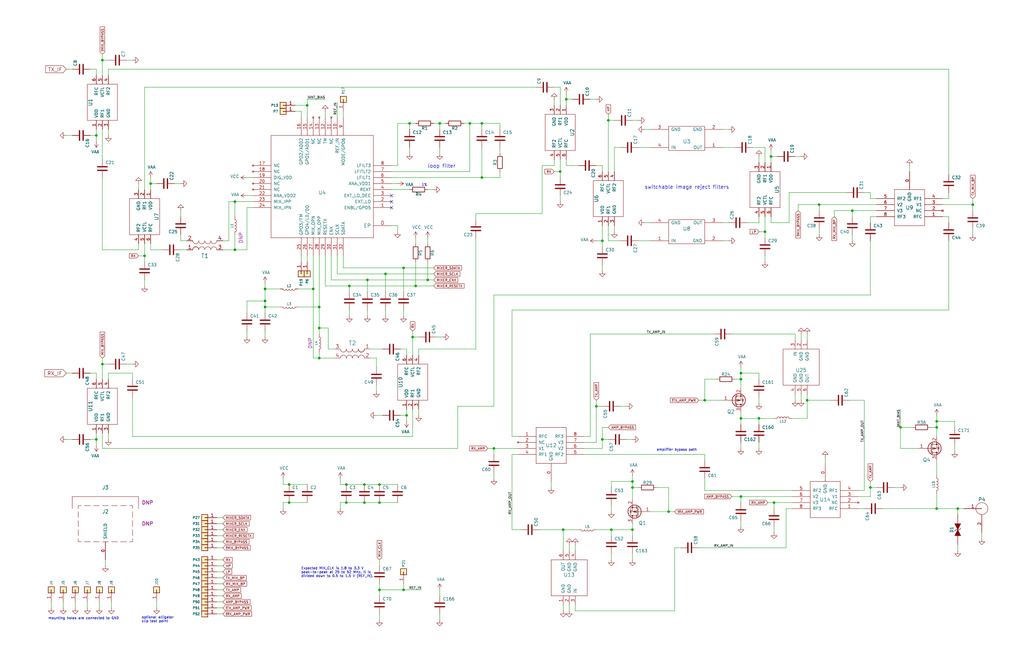
<source format=kicad_sch>
(kicad_sch (version 20211123) (generator eeschema)
  (paper "User" 431.8 279.4)
  (title_block (title "HackRF One") (date "2021-09-28") (rev "r9") (company "Copyright 2012-2020 Great Scott Gadgets") (comment 1 "Michael Ossmann") (comment 2 "Licensed under the CERN-OHL-P v2"))
  (junction (at 111.76 121.92))
  (junction (at 394.97 214.63))
  (junction (at 203.2 74.93))
  (junction (at 254 101.6))
  (junction (at 146.05 212.09))
  (junction (at 403.86 214.63))
  (junction (at 40.64 57.15))
  (junction (at 99.06 105.41))
  (junction (at 394.97 180.34))
  (junction (at 281.94 215.9))
  (junction (at 312.42 157.48))
  (junction (at 170.18 248.92))
  (junction (at 121.92 204.47))
  (junction (at 326.39 212.09))
  (junction (at 160.02 204.47))
  (junction (at 254 185.42))
  (junction (at 160.02 248.92))
  (junction (at 129.54 44.45))
  (junction (at 111.76 129.54))
  (junction (at 160.02 212.09))
  (junction (at 379.73 180.34))
  (junction (at 340.36 168.91))
  (junction (at 171.45 175.26))
  (junction (at 60.96 107.95))
  (junction (at 312.42 209.55))
  (junction (at 238.76 41.91))
  (junction (at 154.94 118.11))
  (junction (at 237.49 223.52))
  (junction (at 320.04 176.53))
  (junction (at 134.62 138.43))
  (junction (at 266.7 205.74))
  (junction (at 153.67 204.47))
  (junction (at 367.03 205.74))
  (junction (at 162.56 115.57))
  (junction (at 63.5 77.47))
  (junction (at 146.05 204.47))
  (junction (at 297.18 168.91))
  (junction (at 256.54 50.8))
  (junction (at 208.28 189.23))
  (junction (at 359.41 88.9))
  (junction (at 147.32 120.65))
  (junction (at 394.97 177.8))
  (junction (at 345.44 86.36))
  (junction (at 153.67 212.09))
  (junction (at 312.42 160.02))
  (junction (at 134.62 129.54))
  (junction (at 180.34 118.11))
  (junction (at 198.12 52.07))
  (junction (at 172.72 52.07))
  (junction (at 257.81 223.52))
  (junction (at 121.92 212.09))
  (junction (at 170.18 113.03))
  (junction (at 111.76 127))
  (junction (at 43.18 153.67))
  (junction (at 175.26 120.65))
  (junction (at 40.64 185.42))
  (junction (at 266.7 223.52))
  (junction (at 236.22 72.39))
  (junction (at 185.42 52.07))
  (junction (at 173.99 142.24))
  (junction (at 132.08 121.92))
  (junction (at 325.12 66.04))
  (junction (at 99.06 85.09))
  (junction (at 134.62 151.13))
  (junction (at 322.58 97.79))
  (junction (at 43.18 25.4))
  (junction (at 251.46 171.45))
  (junction (at 203.2 52.07))
  (junction (at 266.7 203.2))
  (junction (at 312.42 176.53))
  (junction (at 410.21 86.36))
  (no_connect (at 165.1 82.55))
  (no_connect (at 165.1 85.09))
  (no_connect (at 165.1 87.63))
  (wire (pts (xy 186.69 142.24) (xy 184.15 142.24)))
  (wire (pts (xy 143.51 204.47) (xy 146.05 204.47)))
  (wire (pts (xy 400.05 101.6) (xy 400.05 130.81)))
  (wire (pts (xy 139.7 118.11) (xy 154.94 118.11)))
  (wire (pts (xy 55.88 153.67) (xy 53.34 153.67)))
  (wire (pts (xy 173.99 142.24) (xy 173.99 149.86)))
  (wire (pts (xy 304.8 93.98) (xy 307.34 93.98)))
  (wire (pts (xy 27.94 57.15) (xy 30.48 57.15)))
  (wire (pts (xy 127 49.53) (xy 127 46.99)))
  (wire (pts (xy 269.24 101.6) (xy 274.32 101.6)))
  (wire (pts (xy 383.54 69.85) (xy 383.54 72.39)))
  (wire (pts (xy 46.99 254) (xy 46.99 256.54)))
  (wire (pts (xy 312.42 212.09) (xy 312.42 209.55)))
  (wire (pts (xy 185.42 248.92) (xy 185.42 251.46)))
  (wire (pts (xy 394.97 177.8) (xy 394.97 180.34)))
  (wire (pts (xy 156.21 147.32) (xy 161.29 147.32)))
  (wire (pts (xy 331.47 214.63) (xy 334.01 214.63)))
  (wire (pts (xy 414.02 224.79) (xy 414.02 227.33)))
  (wire (pts (xy 367.03 91.44) (xy 369.57 91.44)))
  (wire (pts (xy 297.18 207.01) (xy 297.18 201.93)))
  (wire (pts (xy 111.76 121.92) (xy 111.76 127)))
  (wire (pts (xy 147.32 123.19) (xy 147.32 120.65)))
  (wire (pts (xy 312.42 176.53) (xy 320.04 176.53)))
  (wire (pts (xy 193.04 171.45) (xy 193.04 189.23)))
  (wire (pts (xy 91.44 231.14) (xy 93.98 231.14)))
  (wire (pts (xy 106.68 74.93) (xy 104.14 74.93)))
  (wire (pts (xy 400.05 130.81) (xy 215.9 130.81)))
  (wire (pts (xy 312.42 209.55) (xy 334.01 209.55)))
  (wire (pts (xy 322.58 68.58) (xy 322.58 62.23)))
  (wire (pts (xy 297.18 194.31) (xy 297.18 191.77)))
  (wire (pts (xy 147.32 133.35) (xy 147.32 130.81)))
  (wire (pts (xy 254 114.3) (xy 254 111.76)))
  (wire (pts (xy 124.46 44.45) (xy 129.54 44.45)))
  (wire (pts (xy 237.49 223.52) (xy 243.84 223.52)))
  (wire (pts (xy 96.52 101.6) (xy 96.52 85.09)))
  (wire (pts (xy 60.96 107.95) (xy 60.96 110.49)))
  (wire (pts (xy 91.44 228.6) (xy 93.98 228.6)))
  (wire (pts (xy 261.62 101.6) (xy 256.54 101.6)))
  (wire (pts (xy 410.21 86.36) (xy 410.21 88.9)))
  (wire (pts (xy 143.51 212.09) (xy 143.51 214.63)))
  (wire (pts (xy 154.94 133.35) (xy 154.94 130.81)))
  (wire (pts (xy 45.72 31.75) (xy 45.72 29.21)))
  (wire (pts (xy 185.42 54.61) (xy 185.42 52.07)))
  (wire (pts (xy 45.72 160.02) (xy 45.72 157.48)))
  (wire (pts (xy 121.92 212.09) (xy 129.54 212.09)))
  (wire (pts (xy 251.46 168.91) (xy 251.46 171.45)))
  (wire (pts (xy 257.81 203.2) (xy 257.81 205.74)))
  (wire (pts (xy 91.44 238.76) (xy 93.98 238.76)))
  (wire (pts (xy 176.53 149.86) (xy 176.53 147.32)))
  (wire (pts (xy 137.16 120.65) (xy 147.32 120.65)))
  (wire (pts (xy 326.39 212.09) (xy 334.01 212.09)))
  (wire (pts (xy 281.94 215.9) (xy 281.94 205.74)))
  (wire (pts (xy 312.42 160.02) (xy 309.88 160.02)))
  (wire (pts (xy 320.04 97.79) (xy 322.58 97.79)))
  (wire (pts (xy 176.53 147.32) (xy 200.66 147.32)))
  (wire (pts (xy 402.59 177.8) (xy 394.97 177.8)))
  (wire (pts (xy 175.26 100.33) (xy 175.26 102.87)))
  (wire (pts (xy 304.8 54.61) (xy 307.34 54.61)))
  (wire (pts (xy 331.47 231.14) (xy 331.47 214.63)))
  (wire (pts (xy 162.56 115.57) (xy 182.88 115.57)))
  (wire (pts (xy 172.72 64.77) (xy 172.72 62.23)))
  (wire (pts (xy 60.96 102.87) (xy 60.96 107.95)))
  (wire (pts (xy 158.75 175.26) (xy 161.29 175.26)))
  (wire (pts (xy 294.64 231.14) (xy 331.47 231.14)))
  (wire (pts (xy 104.14 127) (xy 104.14 132.08)))
  (wire (pts (xy 137.16 120.65) (xy 137.16 107.95)))
  (wire (pts (xy 359.41 101.6) (xy 359.41 99.06)))
  (wire (pts (xy 312.42 160.02) (xy 312.42 163.83)))
  (wire (pts (xy 340.36 176.53) (xy 334.01 176.53)))
  (wire (pts (xy 257.81 223.52) (xy 266.7 223.52)))
  (wire (pts (xy 334.01 207.01) (xy 297.18 207.01)))
  (wire (pts (xy 215.9 223.52) (xy 219.71 223.52)))
  (wire (pts (xy 153.67 212.09) (xy 160.02 212.09)))
  (wire (pts (xy 63.5 105.41) (xy 68.58 105.41)))
  (wire (pts (xy 297.18 160.02) (xy 297.18 168.91)))
  (wire (pts (xy 403.86 214.63) (xy 403.86 217.17)))
  (wire (pts (xy 173.99 184.15) (xy 55.88 184.15)))
  (wire (pts (xy 91.44 254) (xy 93.98 254)))
  (wire (pts (xy 171.45 175.26) (xy 171.45 177.8)))
  (wire (pts (xy 312.42 173.99) (xy 312.42 176.53)))
  (wire (pts (xy 93.98 101.6) (xy 96.52 101.6)))
  (wire (pts (xy 138.43 138.43) (xy 134.62 138.43)))
  (wire (pts (xy 119.38 204.47) (xy 121.92 204.47)))
  (wire (pts (xy 91.44 246.38) (xy 93.98 246.38)))
  (wire (pts (xy 337.82 143.51) (xy 337.82 140.97)))
  (wire (pts (xy 251.46 223.52) (xy 257.81 223.52)))
  (wire (pts (xy 243.84 69.85) (xy 238.76 69.85)))
  (wire (pts (xy 63.5 74.93) (xy 63.5 77.47)))
  (wire (pts (xy 91.44 248.92) (xy 93.98 248.92)))
  (wire (pts (xy 55.88 25.4) (xy 53.34 25.4)))
  (wire (pts (xy 40.64 31.75) (xy 40.64 29.21)))
  (wire (pts (xy 257.81 215.9) (xy 257.81 213.36)))
  (wire (pts (xy 208.28 189.23) (xy 218.44 189.23)))
  (wire (pts (xy 45.72 25.4) (xy 43.18 25.4)))
  (wire (pts (xy 400.05 81.28) (xy 400.05 83.82)))
  (wire (pts (xy 58.42 107.95) (xy 60.96 107.95)))
  (wire (pts (xy 104.14 82.55) (xy 106.68 82.55)))
  (wire (pts (xy 160.02 238.76) (xy 160.02 236.22)))
  (wire (pts (xy 364.49 207.01) (xy 361.95 207.01)))
  (wire (pts (xy 254 69.85) (xy 254 72.39)))
  (wire (pts (xy 142.24 115.57) (xy 162.56 115.57)))
  (wire (pts (xy 198.12 52.07) (xy 203.2 52.07)))
  (wire (pts (xy 162.56 133.35) (xy 162.56 130.81)))
  (wire (pts (xy 254 189.23) (xy 246.38 189.23)))
  (wire (pts (xy 40.64 57.15) (xy 40.64 59.69)))
  (wire (pts (xy 132.08 107.95) (xy 132.08 121.92)))
  (wire (pts (xy 40.64 29.21) (xy 38.1 29.21)))
  (wire (pts (xy 335.28 140.97) (xy 308.61 140.97)))
  (wire (pts (xy 394.97 194.31) (xy 394.97 200.66)))
  (wire (pts (xy 60.96 80.01) (xy 60.96 36.83)))
  (wire (pts (xy 153.67 204.47) (xy 160.02 204.47)))
  (wire (pts (xy 170.18 246.38) (xy 170.18 248.92)))
  (wire (pts (xy 91.44 241.3) (xy 93.98 241.3)))
  (wire (pts (xy 167.64 52.07) (xy 172.72 52.07)))
  (wire (pts (xy 307.34 101.6) (xy 304.8 101.6)))
  (wire (pts (xy 55.88 184.15) (xy 55.88 167.64)))
  (wire (pts (xy 146.05 204.47) (xy 153.67 204.47)))
  (wire (pts (xy 134.62 138.43) (xy 134.62 140.97)))
  (wire (pts (xy 21.59 254) (xy 21.59 256.54)))
  (wire (pts (xy 173.99 139.7) (xy 173.99 142.24)))
  (wire (pts (xy 195.58 52.07) (xy 198.12 52.07)))
  (wire (pts (xy 144.78 49.53) (xy 144.78 46.99)))
  (wire (pts (xy 325.12 63.5) (xy 325.12 66.04)))
  (wire (pts (xy 144.78 113.03) (xy 170.18 113.03)))
  (wire (pts (xy 274.32 62.23) (xy 269.24 62.23)))
  (wire (pts (xy 125.73 121.92) (xy 132.08 121.92)))
  (wire (pts (xy 364.49 81.28) (xy 367.03 81.28)))
  (wire (pts (xy 129.54 44.45) (xy 129.54 49.53)))
  (wire (pts (xy 147.32 120.65) (xy 175.26 120.65)))
  (wire (pts (xy 345.44 86.36) (xy 369.57 86.36)))
  (wire (pts (xy 31.75 254) (xy 31.75 256.54)))
  (wire (pts (xy 91.44 243.84) (xy 93.98 243.84)))
  (wire (pts (xy 167.64 95.25) (xy 167.64 97.79)))
  (wire (pts (xy 203.2 52.07) (xy 210.82 52.07)))
  (wire (pts (xy 284.48 257.81) (xy 242.57 257.81)))
  (wire (pts (xy 91.44 259.08) (xy 93.98 259.08)))
  (wire (pts (xy 180.34 118.11) (xy 180.34 110.49)))
  (wire (pts (xy 351.79 91.44) (xy 351.79 88.9)))
  (wire (pts (xy 210.82 64.77) (xy 210.82 62.23)))
  (wire (pts (xy 246.38 184.15) (xy 248.92 184.15)))
  (wire (pts (xy 111.76 121.92) (xy 118.11 121.92)))
  (wire (pts (xy 99.06 85.09) (xy 106.68 85.09)))
  (wire (pts (xy 132.08 121.92) (xy 132.08 151.13)))
  (wire (pts (xy 379.73 180.34) (xy 379.73 189.23)))
  (wire (pts (xy 322.58 110.49) (xy 322.58 107.95)))
  (wire (pts (xy 111.76 127) (xy 111.76 129.54)))
  (wire (pts (xy 134.62 107.95) (xy 134.62 129.54)))
  (wire (pts (xy 205.74 189.23) (xy 208.28 189.23)))
  (wire (pts (xy 326.39 214.63) (xy 326.39 212.09)))
  (wire (pts (xy 326.39 224.79) (xy 326.39 222.25)))
  (wire (pts (xy 104.14 87.63) (xy 104.14 105.41)))
  (wire (pts (xy 91.44 256.54) (xy 93.98 256.54)))
  (wire (pts (xy 158.75 154.94) (xy 158.75 151.13)))
  (wire (pts (xy 266.7 223.52) (xy 266.7 226.06)))
  (wire (pts (xy 257.81 226.06) (xy 257.81 223.52)))
  (wire (pts (xy 254 101.6) (xy 254 104.14)))
  (wire (pts (xy 233.68 72.39) (xy 236.22 72.39)))
  (wire (pts (xy 254 180.34) (xy 254 185.42)))
  (wire (pts (xy 320.04 160.02) (xy 320.04 157.48)))
  (wire (pts (xy 193.04 189.23) (xy 43.18 189.23)))
  (wire (pts (xy 248.92 140.97) (xy 248.92 184.15)))
  (wire (pts (xy 160.02 248.92) (xy 160.02 251.46)))
  (wire (pts (xy 91.44 236.22) (xy 93.98 236.22)))
  (wire (pts (xy 119.38 204.47) (xy 119.38 201.93)))
  (wire (pts (xy 218.44 184.15) (xy 215.9 184.15)))
  (wire (pts (xy 63.5 102.87) (xy 63.5 105.41)))
  (wire (pts (xy 294.64 168.91) (xy 297.18 168.91)))
  (wire (pts (xy 237.49 232.41) (xy 237.49 223.52)))
  (wire (pts (xy 320.04 176.53) (xy 326.39 176.53)))
  (wire (pts (xy 402.59 190.5) (xy 402.59 187.96)))
  (wire (pts (xy 44.45 236.22) (xy 44.45 238.76)))
  (wire (pts (xy 172.72 80.01) (xy 165.1 80.01)))
  (wire (pts (xy 121.92 204.47) (xy 129.54 204.47)))
  (wire (pts (xy 118.11 129.54) (xy 111.76 129.54)))
  (wire (pts (xy 400.05 29.21) (xy 400.05 73.66)))
  (wire (pts (xy 314.96 93.98) (xy 320.04 93.98)))
  (wire (pts (xy 91.44 220.98) (xy 93.98 220.98)))
  (wire (pts (xy 76.2 77.47) (xy 73.66 77.47)))
  (wire (pts (xy 185.42 259.08) (xy 185.42 261.62)))
  (wire (pts (xy 284.48 257.81) (xy 284.48 231.14)))
  (wire (pts (xy 367.03 203.2) (xy 367.03 205.74)))
  (wire (pts (xy 27.94 29.21) (xy 30.48 29.21)))
  (wire (pts (xy 397.51 91.44) (xy 400.05 91.44)))
  (wire (pts (xy 208.28 171.45) (xy 208.28 124.46)))
  (wire (pts (xy 320.04 189.23) (xy 320.04 186.69)))
  (wire (pts (xy 160.02 246.38) (xy 160.02 248.92)))
  (wire (pts (xy 335.28 143.51) (xy 335.28 140.97)))
  (wire (pts (xy 175.26 120.65) (xy 175.26 110.49)))
  (wire (pts (xy 55.88 157.48) (xy 55.88 160.02)))
  (wire (pts (xy 111.76 129.54) (xy 111.76 132.08)))
  (wire (pts (xy 58.42 105.41) (xy 43.18 105.41)))
  (wire (pts (xy 43.18 151.13) (xy 43.18 153.67)))
  (wire (pts (xy 227.33 223.52) (xy 237.49 223.52)))
  (wire (pts (xy 27.94 157.48) (xy 30.48 157.48)))
  (wire (pts (xy 256.54 185.42) (xy 254 185.42)))
  (wire (pts (xy 111.76 119.38) (xy 111.76 121.92)))
  (wire (pts (xy 237.49 257.81) (xy 237.49 255.27)))
  (wire (pts (xy 251.46 69.85) (xy 254 69.85)))
  (wire (pts (xy 137.16 46.99) (xy 137.16 49.53)))
  (wire (pts (xy 26.67 254) (xy 26.67 256.54)))
  (wire (pts (xy 170.18 133.35) (xy 170.18 130.81)))
  (wire (pts (xy 320.04 66.04) (xy 320.04 68.58)))
  (wire (pts (xy 251.46 186.69) (xy 246.38 186.69)))
  (wire (pts (xy 312.42 157.48) (xy 312.42 160.02)))
  (wire (pts (xy 99.06 91.44) (xy 99.06 85.09)))
  (wire (pts (xy 240.03 229.87) (xy 240.03 232.41)))
  (wire (pts (xy 165.1 72.39) (xy 198.12 72.39)))
  (wire (pts (xy 367.03 83.82) (xy 369.57 83.82)))
  (wire (pts (xy 345.44 99.06) (xy 345.44 96.52)))
  (wire (pts (xy 400.05 91.44) (xy 400.05 93.98)))
  (wire (pts (xy 351.79 88.9) (xy 359.41 88.9)))
  (wire (pts (xy 266.7 236.22) (xy 266.7 233.68)))
  (wire (pts (xy 91.44 223.52) (xy 93.98 223.52)))
  (wire (pts (xy 332.74 81.28) (xy 356.87 81.28)))
  (wire (pts (xy 125.73 129.54) (xy 134.62 129.54)))
  (wire (pts (xy 63.5 77.47) (xy 63.5 80.01)))
  (wire (pts (xy 358.14 168.91) (xy 364.49 168.91)))
  (wire (pts (xy 200.66 147.32) (xy 200.66 100.33)))
  (wire (pts (xy 266.7 220.98) (xy 266.7 223.52)))
  (wire (pts (xy 167.64 77.47) (xy 165.1 77.47)))
  (wire (pts (xy 208.28 191.77) (xy 208.28 189.23)))
  (wire (pts (xy 359.41 88.9) (xy 369.57 88.9)))
  (wire (pts (xy 240.03 257.81) (xy 240.03 255.27)))
  (wire (pts (xy 369.57 205.74) (xy 367.03 205.74)))
  (wire (pts (xy 154.94 123.19) (xy 154.94 118.11)))
  (wire (pts (xy 266.7 205.74) (xy 266.7 210.82)))
  (wire (pts (xy 176.53 175.26) (xy 176.53 172.72)))
  (wire (pts (xy 40.64 182.88) (xy 40.64 185.42)))
  (wire (pts (xy 168.91 175.26) (xy 171.45 175.26)))
  (wire (pts (xy 160.02 248.92) (xy 170.18 248.92)))
  (wire (pts (xy 403.86 214.63) (xy 406.4 214.63)))
  (wire (pts (xy 165.1 74.93) (xy 203.2 74.93)))
  (wire (pts (xy 312.42 176.53) (xy 312.42 179.07)))
  (wire (pts (xy 264.16 171.45) (xy 261.62 171.45)))
  (wire (pts (xy 312.42 189.23) (xy 312.42 186.69)))
  (wire (pts (xy 236.22 44.45) (xy 236.22 36.83)))
  (wire (pts (xy 335.28 166.37) (xy 335.28 168.91)))
  (wire (pts (xy 38.1 57.15) (xy 40.64 57.15)))
  (wire (pts (xy 171.45 147.32) (xy 171.45 149.86)))
  (wire (pts (xy 104.14 142.24) (xy 104.14 139.7)))
  (wire (pts (xy 259.08 50.8) (xy 256.54 50.8)))
  (wire (pts (xy 36.83 254) (xy 36.83 256.54)))
  (wire (pts (xy 43.18 25.4) (xy 43.18 31.75)))
  (wire (pts (xy 45.72 182.88) (xy 45.72 185.42)))
  (wire (pts (xy 43.18 189.23) (xy 43.18 182.88)))
  (wire (pts (xy 228.6 90.17) (xy 228.6 69.85)))
  (wire (pts (xy 76.2 105.41) (xy 78.74 105.41)))
  (wire (pts (xy 266.7 203.2) (xy 266.7 205.74)))
  (wire (pts (xy 170.18 123.19) (xy 170.18 113.03)))
  (wire (pts (xy 165.1 95.25) (xy 167.64 95.25)))
  (wire (pts (xy 402.59 180.34) (xy 402.59 177.8)))
  (wire (pts (xy 320.04 170.18) (xy 320.04 167.64)))
  (wire (pts (xy 394.97 175.26) (xy 394.97 177.8)))
  (wire (pts (xy 410.21 83.82) (xy 410.21 86.36)))
  (wire (pts (xy 119.38 212.09) (xy 121.92 212.09)))
  (wire (pts (xy 397.51 86.36) (xy 410.21 86.36)))
  (wire (pts (xy 367.03 124.46) (xy 367.03 101.6)))
  (wire (pts (xy 361.95 214.63) (xy 364.49 214.63)))
  (wire (pts (xy 119.38 212.09) (xy 119.38 214.63)))
  (wire (pts (xy 139.7 118.11) (xy 139.7 107.95)))
  (wire (pts (xy 236.22 67.31) (xy 236.22 72.39)))
  (wire (pts (xy 367.03 81.28) (xy 367.03 83.82)))
  (wire (pts (xy 91.44 226.06) (xy 93.98 226.06)))
  (wire (pts (xy 320.04 93.98) (xy 320.04 91.44)))
  (wire (pts (xy 336.55 88.9) (xy 336.55 86.36)))
  (wire (pts (xy 203.2 52.07) (xy 203.2 54.61)))
  (wire (pts (xy 281.94 215.9) (xy 284.48 215.9)))
  (wire (pts (xy 312.42 222.25) (xy 312.42 219.71)))
  (wire (pts (xy 350.52 168.91) (xy 340.36 168.91)))
  (wire (pts (xy 266.7 185.42) (xy 264.16 185.42)))
  (wire (pts (xy 228.6 69.85) (xy 233.68 69.85)))
  (wire (pts (xy 60.96 120.65) (xy 60.96 118.11)))
  (wire (pts (xy 91.44 251.46) (xy 93.98 251.46)))
  (wire (pts (xy 198.12 72.39) (xy 198.12 52.07)))
  (wire (pts (xy 345.44 88.9) (xy 345.44 86.36)))
  (wire (pts (xy 236.22 72.39) (xy 236.22 74.93)))
  (wire (pts (xy 236.22 85.09) (xy 236.22 82.55)))
  (wire (pts (xy 359.41 91.44) (xy 359.41 88.9)))
  (wire (pts (xy 332.74 93.98) (xy 325.12 93.98)))
  (wire (pts (xy 297.18 191.77) (xy 246.38 191.77)))
  (wire (pts (xy 154.94 118.11) (xy 180.34 118.11)))
  (wire (pts (xy 41.91 254) (xy 41.91 256.54)))
  (wire (pts (xy 200.66 90.17) (xy 228.6 90.17)))
  (wire (pts (xy 78.74 101.6) (xy 76.2 101.6)))
  (wire (pts (xy 367.03 209.55) (xy 361.95 209.55)))
  (wire (pts (xy 394.97 180.34) (xy 392.43 180.34)))
  (wire (pts (xy 200.66 92.71) (xy 200.66 90.17)))
  (wire (pts (xy 367.03 93.98) (xy 367.03 91.44)))
  (wire (pts (xy 176.53 142.24) (xy 173.99 142.24)))
  (wire (pts (xy 379.73 189.23) (xy 387.35 189.23)))
  (wire (pts (xy 233.68 69.85) (xy 233.68 67.31)))
  (wire (pts (xy 60.96 36.83) (xy 226.06 36.83)))
  (wire (pts (xy 322.58 97.79) (xy 322.58 100.33)))
  (wire (pts (xy 215.9 130.81) (xy 215.9 184.15)))
  (wire (pts (xy 281.94 205.74) (xy 276.86 205.74)))
  (wire (pts (xy 129.54 41.91) (xy 137.16 41.91)))
  (wire (pts (xy 134.62 148.59) (xy 134.62 151.13)))
  (wire (pts (xy 340.36 166.37) (xy 340.36 168.91)))
  (wire (pts (xy 322.58 62.23) (xy 317.5 62.23)))
  (wire (pts (xy 302.26 160.02) (xy 297.18 160.02)))
  (wire (pts (xy 134.62 129.54) (xy 134.62 138.43)))
  (wire (pts (xy 43.18 67.31) (xy 43.18 54.61)))
  (wire (pts (xy 172.72 52.07) (xy 175.26 52.07)))
  (wire (pts (xy 266.7 200.66) (xy 266.7 203.2)))
  (wire (pts (xy 297.18 168.91) (xy 304.8 168.91)))
  (wire (pts (xy 58.42 77.47) (xy 58.42 80.01)))
  (wire (pts (xy 242.57 257.81) (xy 242.57 255.27)))
  (wire (pts (xy 170.18 113.03) (xy 182.88 113.03)))
  (wire (pts (xy 185.42 64.77) (xy 185.42 62.23)))
  (wire (pts (xy 323.85 212.09) (xy 326.39 212.09)))
  (wire (pts (xy 38.1 185.42) (xy 40.64 185.42)))
  (wire (pts (xy 182.88 52.07) (xy 185.42 52.07)))
  (wire (pts (xy 269.24 50.8) (xy 266.7 50.8)))
  (wire (pts (xy 308.61 209.55) (xy 312.42 209.55)))
  (wire (pts (xy 66.04 77.47) (xy 63.5 77.47)))
  (wire (pts (xy 394.97 214.63) (xy 403.86 214.63)))
  (wire (pts (xy 185.42 52.07) (xy 187.96 52.07)))
  (wire (pts (xy 208.28 201.93) (xy 208.28 199.39)))
  (wire (pts (xy 394.97 180.34) (xy 394.97 184.15)))
  (wire (pts (xy 218.44 191.77) (xy 215.9 191.77)))
  (wire (pts (xy 40.64 185.42) (xy 40.64 187.96)))
  (wire (pts (xy 175.26 120.65) (xy 182.88 120.65)))
  (wire (pts (xy 208.28 124.46) (xy 367.03 124.46)))
  (wire (pts (xy 162.56 123.19) (xy 162.56 115.57)))
  (wire (pts (xy 320.04 179.07) (xy 320.04 176.53)))
  (wire (pts (xy 127 107.95) (xy 127 110.49)))
  (wire (pts (xy 38.1 157.48) (xy 40.64 157.48)))
  (wire (pts (xy 340.36 168.91) (xy 340.36 176.53)))
  (wire (pts (xy 138.43 147.32) (xy 140.97 147.32)))
  (wire (pts (xy 364.49 168.91) (xy 364.49 207.01)))
  (wire (pts (xy 76.2 101.6) (xy 76.2 99.06)))
  (wire (pts (xy 106.68 87.63) (xy 104.14 87.63)))
  (wire (pts (xy 379.73 172.72) (xy 379.73 180.34)))
  (wire (pts (xy 312.42 154.94) (xy 312.42 157.48)))
  (wire (pts (xy 129.54 110.49) (xy 129.54 107.95)))
  (wire (pts (xy 146.05 212.09) (xy 153.67 212.09)))
  (wire (pts (xy 91.44 218.44) (xy 93.98 218.44)))
  (wire (pts (xy 256.54 50.8) (xy 256.54 72.39)))
  (wire (pts (xy 271.78 54.61) (xy 274.32 54.61)))
  (wire (pts (xy 215.9 191.77) (xy 215.9 223.52)))
  (wire (pts (xy 134.62 151.13) (xy 140.97 151.13)))
  (wire (pts (xy 43.18 22.86) (xy 43.18 25.4)))
  (wire (pts (xy 27.94 185.42) (xy 30.48 185.42)))
  (wire (pts (xy 337.82 66.04) (xy 335.28 66.04)))
  (wire (pts (xy 274.32 215.9) (xy 281.94 215.9)))
  (wire (pts (xy 203.2 74.93) (xy 210.82 74.93)))
  (wire (pts (xy 320.04 157.48) (xy 312.42 157.48)))
  (wire (pts (xy 76.2 88.9) (xy 76.2 91.44)))
  (wire (pts (xy 251.46 171.45) (xy 251.46 186.69)))
  (wire (pts (xy 259.08 97.79) (xy 259.08 95.25)))
  (wire (pts (xy 43.18 74.93) (xy 43.18 105.41)))
  (wire (pts (xy 325.12 66.04) (xy 325.12 68.58)))
  (wire (pts (xy 142.24 43.18) (xy 142.24 49.53)))
  (wire (pts (xy 158.75 165.1) (xy 158.75 162.56)))
  (wire (pts (xy 236.22 36.83) (xy 233.68 36.83)))
  (wire (pts (xy 394.97 208.28) (xy 394.97 214.63)))
  (wire (pts (xy 180.34 118.11) (xy 182.88 118.11)))
  (wire (pts (xy 340.36 140.97) (xy 340.36 143.51)))
  (wire (pts (xy 384.81 180.34) (xy 379.73 180.34)))
  (wire (pts (xy 337.82 168.91) (xy 337.82 166.37)))
  (wire (pts (xy 158.75 151.13) (xy 156.21 151.13)))
  (wire (pts (xy 327.66 66.04) (xy 325.12 66.04)))
  (wire (pts (xy 332.74 93.98) (xy 332.74 81.28)))
  (wire (pts (xy 129.54 41.91) (xy 129.54 44.45)))
  (wire (pts (xy 271.78 93.98) (xy 274.32 93.98)))
  (wire (pts (xy 111.76 142.24) (xy 111.76 139.7)))
  (wire (pts (xy 167.64 69.85) (xy 167.64 52.07)))
  (wire (pts (xy 254 95.25) (xy 254 101.6)))
  (wire (pts (xy 45.72 157.48) (xy 55.88 157.48)))
  (wire (pts (xy 142.24 115.57) (xy 142.24 107.95)))
  (wire (pts (xy 251.46 41.91) (xy 248.92 41.91)))
  (wire (pts (xy 182.88 80.01) (xy 180.34 80.01)))
  (wire (pts (xy 132.08 151.13) (xy 134.62 151.13)))
  (wire (pts (xy 400.05 83.82) (xy 397.51 83.82)))
  (wire (pts (xy 143.51 204.47) (xy 143.51 201.93)))
  (wire (pts (xy 171.45 172.72) (xy 171.45 175.26)))
  (wire (pts (xy 58.42 102.87) (xy 58.42 105.41)))
  (wire (pts (xy 367.03 205.74) (xy 367.03 209.55)))
  (wire (pts (xy 45.72 153.67) (xy 43.18 153.67)))
  (wire (pts (xy 257.81 203.2) (xy 266.7 203.2)))
  (wire (pts (xy 322.58 91.44) (xy 322.58 97.79)))
  (wire (pts (xy 99.06 105.41) (xy 93.98 105.41)))
  (wire (pts (xy 233.68 41.91) (xy 233.68 44.45)))
  (wire (pts (xy 257.81 236.22) (xy 257.81 233.68)))
  (wire (pts (xy 238.76 41.91) (xy 238.76 44.45)))
  (wire (pts (xy 99.06 99.06) (xy 99.06 105.41)))
  (wire (pts (xy 261.62 62.23) (xy 259.08 62.23)))
  (wire (pts (xy 170.18 248.92) (xy 177.8 248.92)))
  (wire (pts (xy 256.54 101.6) (xy 256.54 95.25)))
  (wire (pts (xy 251.46 101.6) (xy 254 101.6)))
  (wire (pts (xy 347.98 193.04) (xy 347.98 195.58)))
  (wire (pts (xy 172.72 54.61) (xy 172.72 52.07)))
  (wire (pts (xy 379.73 205.74) (xy 377.19 205.74)))
  (wire (pts (xy 40.64 157.48) (xy 40.64 160.02)))
  (wire (pts (xy 210.82 52.07) (xy 210.82 54.61)))
  (wire (pts (xy 168.91 147.32) (xy 171.45 147.32)))
  (wire (pts (xy 284.48 231.14) (xy 287.02 231.14)))
  (wire (pts (xy 173.99 172.72) (xy 173.99 184.15)))
  (wire (pts (xy 259.08 62.23) (xy 259.08 72.39)))
  (wire (pts (xy 144.78 113.03) (xy 144.78 107.95)))
  (wire (pts (xy 403.86 232.41) (xy 403.86 229.87)))
  (wire (pts (xy 203.2 62.23) (xy 203.2 74.93)))
  (wire (pts (xy 45.72 29.21) (xy 400.05 29.21)))
  (wire (pts (xy 372.11 214.63) (xy 394.97 214.63)))
  (wire (pts (xy 300.99 140.97) (xy 248.92 140.97)))
  (wire (pts (xy 254 171.45) (xy 251.46 171.45)))
  (wire (pts (xy 66.04 254) (xy 66.04 256.54)))
  (wire (pts (xy 208.28 171.45) (xy 193.04 171.45)))
  (wire (pts (xy 160.02 212.09) (xy 167.64 212.09)))
  (wire (pts (xy 325.12 93.98) (xy 325.12 91.44)))
  (wire (pts (xy 309.88 62.23) (xy 304.8 62.23)))
  (wire (pts (xy 242.57 229.87) (xy 242.57 232.41)))
  (wire (pts (xy 238.76 69.85) (xy 238.76 67.31)))
  (wire (pts (xy 160.02 204.47) (xy 167.64 204.47)))
  (wire (pts (xy 410.21 99.06) (xy 410.21 96.52)))
  (wire (pts (xy 266.7 205.74) (xy 269.24 205.74)))
  (wire (pts (xy 238.76 39.37) (xy 238.76 41.91)))
  (wire (pts (xy 256.54 180.34) (xy 254 180.34)))
  (wire (pts (xy 40.64 54.61) (xy 40.64 57.15)))
  (wire (pts (xy 43.18 153.67) (xy 43.18 160.02)))
  (wire (pts (xy 210.82 74.93) (xy 210.82 72.39)))
  (wire (pts (xy 45.72 57.15) (xy 45.72 54.61)))
  (wire (pts (xy 160.02 261.62) (xy 160.02 259.08)))
  (wire (pts (xy 336.55 86.36) (xy 345.44 86.36)))
  (wire (pts (xy 96.52 85.09) (xy 99.06 85.09)))
  (wire (pts (xy 165.1 69.85) (xy 167.64 69.85)))
  (wire (pts (xy 143.51 212.09) (xy 146.05 212.09)))
  (wire (pts (xy 138.43 147.32) (xy 138.43 138.43)))
  (wire (pts (xy 180.34 100.33) (xy 180.34 102.87)))
  (wire (pts (xy 254 185.42) (xy 254 189.23)))
  (wire (pts (xy 241.3 41.91) (xy 238.76 41.91)))
  (wire (pts (xy 104.14 105.41) (xy 99.06 105.41)))
  (wire (pts (xy 111.76 127) (xy 104.14 127)))
  (wire (pts (xy 256.54 48.26) (xy 256.54 50.8)))
  (wire (pts (xy 127 46.99) (xy 124.46 46.99)))
  (wire (pts (xy 232.41 205.74) (xy 232.41 203.2)))
  (text "optional alligator\nclip test point" (at 59.69 262.89 0) (effects (font (size 1.016 1.016)) (justify left bottom)))
  (text "mounting holes are connected to GND" (at 20.32 261.62 0) (effects (font (size 1.016 1.016)) (justify left bottom)))
  (text "Expected MIX_CLK is 1.8 to 3.3 V\npeak-to-peak at 25 to 52 MHz. It is\ndivided down to 0.5 to 1.5 V (REF_IN)." (at 127 243.84 0) (effects (font (size 1.016 1.016)) (justify left bottom)))
  (text "switchable image reject filters" (at 271.78 80.01 0) (effects (font (size 1.524 1.524)) (justify left bottom)))
  (text "1%" (at 177.8 78.74 0) (effects (font (size 1.016 1.016)) (justify left bottom)))
  (text "amplifier bypass path" (at 276.86 190.5 0) (effects (font (size 1.016 1.016)) (justify left bottom)))
  (text "loop filter" (at 180.34 71.12 0) (effects (font (size 1.524 1.524)) (justify left bottom)))
  (label "TX_AMP_OUT" (at 364.49 186.69 90) (effects (font (size 1.016 1.016))))
  (label "REF_IN" (at 177.8 248.92 180) (effects (font (size 1.016 1.016))))
  (label "!ANT_BIAS" (at 379.73 172.72 270) (effects (font (size 1.016 1.016))))
  (label "TX_AMP_IN" (at 280.67 140.97 180) (effects (font (size 1.016 1.016))))
  (label "!ANT_BIAS" (at 137.16 41.91 180) (effects (font (size 1.016 1.016))))
  (label "REF_IN" (at 142.24 43.18 270) (effects (font (size 1.016 1.016))))
  (label "RX_AMP_OUT" (at 215.9 217.17 90) (effects (font (size 1.016 1.016))))
  (label "RX_AMP_IN" (at 300.99 231.14 0) (effects (font (size 1.016 1.016))))
  (global_label "RX_AMP" (shape input) (at 93.98 251.46 0) (effects (font (size 1.016 1.016))) (property "Intersheet References" "${INTERSHEET_REFS}" (effects hide)))
  (global_label "TX_MIX_BP" (shape input) (at 93.98 243.84 0) (effects (font (size 1.016 1.016))) (property "Intersheet References" "${INTERSHEET_REFS}" (effects hide)))
  (global_label "!TX_AMP_PWR" (shape input) (at 294.64 168.91 180) (effects (font (size 1.016 1.016))) (property "Intersheet References" "${INTERSHEET_REFS}" (effects hide)))
  (global_label "AMP_BYPASS" (shape input) (at 93.98 254 0) (effects (font (size 1.016 1.016))) (property "Intersheet References" "${INTERSHEET_REFS}" (effects hide)))
  (global_label "RX" (shape input) (at 93.98 236.22 0) (effects (font (size 1.016 1.016))) (property "Intersheet References" "${INTERSHEET_REFS}" (effects hide)))
  (global_label "MIXER_SCLK" (shape input) (at 182.88 115.57 0) (effects (font (size 1.016 1.016))) (property "Intersheet References" "${INTERSHEET_REFS}" (effects hide)))
  (global_label "HP" (shape input) (at 93.98 238.76 0) (effects (font (size 1.016 1.016))) (property "Intersheet References" "${INTERSHEET_REFS}" (effects hide)))
  (global_label "RX" (shape input) (at 233.68 72.39 180) (effects (font (size 1.016 1.016))) (property "Intersheet References" "${INTERSHEET_REFS}" (effects hide)))
  (global_label "HP" (shape input) (at 256.54 48.26 90) (effects (font (size 1.016 1.016))) (property "Intersheet References" "${INTERSHEET_REFS}" (effects hide)))
  (global_label "RX_MIX_BP" (shape input) (at 351.79 91.44 270) (effects (font (size 1.016 1.016))) (property "Intersheet References" "${INTERSHEET_REFS}" (effects hide)))
  (global_label "LP" (shape input) (at 320.04 97.79 180) (effects (font (size 1.016 1.016))) (property "Intersheet References" "${INTERSHEET_REFS}" (effects hide)))
  (global_label "TX_IF" (shape input) (at 27.94 29.21 180) (effects (font (size 1.524 1.524))) (property "Intersheet References" "${INTERSHEET_REFS}" (effects hide)))
  (global_label "MIXER_RESETX" (shape input) (at 182.88 120.65 0) (effects (font (size 1.016 1.016))) (property "Intersheet References" "${INTERSHEET_REFS}" (effects hide)))
  (global_label "MIXER_SCLK" (shape input) (at 93.98 220.98 0) (effects (font (size 1.016 1.016))) (property "Intersheet References" "${INTERSHEET_REFS}" (effects hide)))
  (global_label "!MIX_BYPASS" (shape input) (at 336.55 88.9 270) (effects (font (size 1.016 1.016))) (property "Intersheet References" "${INTERSHEET_REFS}" (effects hide)))
  (global_label "AMP_BYPASS" (shape input) (at 256.54 180.34 0) (effects (font (size 1.016 1.016))) (property "Intersheet References" "${INTERSHEET_REFS}" (effects hide)))
  (global_label "MIX_BYPASS" (shape input) (at 93.98 228.6 0) (effects (font (size 1.016 1.016))) (property "Intersheet References" "${INTERSHEET_REFS}" (effects hide)))
  (global_label "RX_AMP" (shape input) (at 205.74 189.23 180) (effects (font (size 1.016 1.016))) (property "Intersheet References" "${INTERSHEET_REFS}" (effects hide)))
  (global_label "RX" (shape input) (at 58.42 107.95 180) (effects (font (size 1.016 1.016))) (property "Intersheet References" "${INTERSHEET_REFS}" (effects hide)))
  (global_label "!RX_AMP_PWR" (shape input) (at 93.98 259.08 0) (effects (font (size 1.016 1.016))) (property "Intersheet References" "${INTERSHEET_REFS}" (effects hide)))
  (global_label "!TX_AMP_PWR" (shape input) (at 93.98 256.54 0) (effects (font (size 1.016 1.016))) (property "Intersheet References" "${INTERSHEET_REFS}" (effects hide)))
  (global_label "MIX_CLK" (shape input) (at 160.02 236.22 90) (effects (font (size 1.016 1.016))) (property "Intersheet References" "${INTERSHEET_REFS}" (effects hide)))
  (global_label "RX_IF" (shape input) (at 27.94 157.48 180) (effects (font (size 1.524 1.524))) (property "Intersheet References" "${INTERSHEET_REFS}" (effects hide)))
  (global_label "TX_AMP" (shape input) (at 251.46 168.91 90) (effects (font (size 1.016 1.016))) (property "Intersheet References" "${INTERSHEET_REFS}" (effects hide)))
  (global_label "MIXER_ENX" (shape input) (at 93.98 223.52 0) (effects (font (size 1.016 1.016))) (property "Intersheet References" "${INTERSHEET_REFS}" (effects hide)))
  (global_label "MIXER_RESETX" (shape input) (at 93.98 226.06 0) (effects (font (size 1.016 1.016))) (property "Intersheet References" "${INTERSHEET_REFS}" (effects hide)))
  (global_label "LP" (shape input) (at 93.98 241.3 0) (effects (font (size 1.016 1.016))) (property "Intersheet References" "${INTERSHEET_REFS}" (effects hide)))
  (global_label "AMP_BYPASS" (shape input) (at 308.61 209.55 180) (effects (font (size 1.016 1.016))) (property "Intersheet References" "${INTERSHEET_REFS}" (effects hide)))
  (global_label "MIX_BYPASS" (shape input) (at 43.18 151.13 90) (effects (font (size 1.016 1.016))) (property "Intersheet References" "${INTERSHEET_REFS}" (effects hide)))
  (global_label "MIXER_SDATA" (shape input) (at 182.88 113.03 0) (effects (font (size 1.016 1.016))) (property "Intersheet References" "${INTERSHEET_REFS}" (effects hide)))
  (global_label "TX_AMP" (shape input) (at 93.98 248.92 0) (effects (font (size 1.016 1.016))) (property "Intersheet References" "${INTERSHEET_REFS}" (effects hide)))
  (global_label "MIXER_SDATA" (shape input) (at 93.98 218.44 0) (effects (font (size 1.016 1.016))) (property "Intersheet References" "${INTERSHEET_REFS}" (effects hide)))
  (global_label "TX_AMP" (shape input) (at 367.03 203.2 90) (effects (font (size 1.016 1.016))) (property "Intersheet References" "${INTERSHEET_REFS}" (effects hide)))
  (global_label "!MIX_BYPASS" (shape input) (at 43.18 22.86 90) (effects (font (size 1.016 1.016))) (property "Intersheet References" "${INTERSHEET_REFS}" (effects hide)))
  (global_label "!MIX_BYPASS" (shape input) (at 93.98 231.14 0) (effects (font (size 1.016 1.016))) (property "Intersheet References" "${INTERSHEET_REFS}" (effects hide)))
  (global_label "!RX_AMP_PWR" (shape input) (at 284.48 215.9 0) (effects (font (size 1.016 1.016))) (property "Intersheet References" "${INTERSHEET_REFS}" (effects hide)))
  (global_label "TX_MIX_BP" (shape input) (at 410.21 83.82 90) (effects (font (size 1.016 1.016))) (property "Intersheet References" "${INTERSHEET_REFS}" (effects hide)))
  (global_label "RX_MIX_BP" (shape input) (at 93.98 246.38 0) (effects (font (size 1.016 1.016))) (property "Intersheet References" "${INTERSHEET_REFS}" (effects hide)))
  (global_label "RX" (shape input) (at 173.99 139.7 90) (effects (font (size 1.016 1.016))) (property "Intersheet References" "${INTERSHEET_REFS}" (effects hide)))
  (global_label "MIXER_ENX" (shape input) (at 182.88 118.11 0) (effects (font (size 1.016 1.016))) (property "Intersheet References" "${INTERSHEET_REFS}" (effects hide)))
  (global_label "RX_AMP" (shape input) (at 323.85 212.09 180) (effects (font (size 1.016 1.016))) (property "Intersheet References" "${INTERSHEET_REFS}" (effects hide)))
  (symbol (lib_id "hackrf:GSG-RF-CONN") (at 414.02 214.63 0) (mirror y) (unit 1)
    (property "Reference" "P4" (at 414.02 210.82 0) (effects (font (size 1.524 1.524))))
    (property "Manufacturer" "Molex" (effects hide))
    (property "Part Number" "73251-2121" (effects hide))
    (property "Description" "CONN SMA JACK 50 OHM EDGE MNT W/JAM NUT & LOCK WASHER" (effects hide))
  )
  (symbol (lib_id "hackrf:FIL-DEA") (at 289.56 97.79 0) (unit 1)
    (property "Reference" "U8" (at 289.56 96.52 0) (effects (font (size 1.524 1.524))))
    (property "Manufacturer" "TDK" (effects hide))
    (property "Part Number" "DEA162400HT-8004B1" (effects hide))
    (property "Description" "FILTER HIGHPASS WLAN&BLUETOOTH" (effects hide))
  )
  (symbol (lib_id "hackrf:FIL-LP0603") (at 289.56 58.42 180) (unit 1)
    (property "Reference" "U3" (at 289.56 59.69 0) (effects (font (size 1.524 1.524))))
    (property "Manufacturer" "AVX" (effects hide))
    (property "Part Number" "LP0603A1880ANTR" (effects hide))
    (property "Description" "FILTER LOW PASS 1880MHZ 0603 SMD" (effects hide))
  )
  (symbol (lib_id "power:GND") (at 158.75 165.1 0) (unit 1)
    (property "Reference" "#PWR079" (effects hide))
  )
  (symbol (lib_id "Device:C") (at 254 107.95 0) (unit 1)
    (property "Reference" "C30" (at 255.27 105.41 0) (effects (justify left)))
    (property "Manufacturer" "Murata" (effects hide))
    (property "Part Number" "GRM155R71C103KA01D" (effects hide))
    (property "Description" "CAP CER 10000PF 16V 10% X7R 0402" (effects hide))
  )
  (symbol (lib_id "power:GND") (at 254 114.3 0) (unit 1)
    (property "Reference" "#PWR077" (effects hide))
  )
  (symbol (lib_id "power:GND") (at 307.34 101.6 90) (unit 1)
    (property "Reference" "#PWR076" (effects hide))
  )
  (symbol (lib_id "power:GND") (at 307.34 54.61 90) (unit 1)
    (property "Reference" "#PWR075" (effects hide))
  )
  (symbol (lib_id "power:GND") (at 271.78 54.61 270) (unit 1)
    (property "Reference" "#PWR074" (effects hide))
  )
  (symbol (lib_id "power:GND") (at 271.78 93.98 270) (unit 1)
    (property "Reference" "#PWR073" (effects hide))
  )
  (symbol (lib_id "Device:C") (at 311.15 93.98 90) (unit 1)
    (property "Reference" "C26" (at 308.61 92.71 0) (effects (justify left)))
    (property "Manufacturer" "Murata" (effects hide))
    (property "Part Number" "GRM1555C1H470JA01D" (effects hide))
    (property "Description" "CAP CER 47PF 50V 5% NP0 0402" (effects hide))
  )
  (symbol (lib_id "power:GND") (at 414.02 227.33 0) (unit 1)
    (property "Reference" "#PWR072" (effects hide))
  )
  (symbol (lib_id "Device:C") (at 111.76 135.89 0) (unit 1)
    (property "Reference" "C42" (at 113.03 133.35 0) (effects (justify left)))
    (property "Manufacturer" "Murata" (effects hide))
    (property "Part Number" "GRM1555C1H101JA01D" (effects hide))
    (property "Description" "CAP CER 100PF 50V 5% NP0 0402" (effects hide))
  )
  (symbol (lib_id "power:GND") (at 111.76 142.24 0) (unit 1)
    (property "Reference" "#PWR071" (effects hide))
  )
  (symbol (lib_id "Device:C") (at 172.72 58.42 0) (unit 1)
    (property "Reference" "C12" (at 173.99 55.88 0) (effects (justify left)))
    (property "Manufacturer" "Murata" (effects hide))
    (property "Part Number" "GRM155R71H331KA01D" (effects hide))
    (property "Description" "CAP CER 330PF 50V 10% X7R 0402" (effects hide))
  )
  (symbol (lib_id "Device:R") (at 179.07 52.07 270) (unit 1)
    (property "Reference" "R1" (at 179.07 54.102 90))
    (property "Manufacturer" "Stackpole" (effects hide))
    (property "Part Number" "RMCF0402JT470R" (effects hide))
    (property "Description" "RES TF 1/16W 470 OHM 5% 0402" (effects hide))
  )
  (symbol (lib_id "Device:C") (at 185.42 58.42 0) (unit 1)
    (property "Reference" "C13" (at 186.69 55.88 0) (effects (justify left)))
    (property "Manufacturer" "Murata" (effects hide))
    (property "Part Number" "GRM155R71H331KA01D" (effects hide))
    (property "Description" "CAP CER 330PF 50V 10% X7R 0402" (effects hide))
  )
  (symbol (lib_id "Device:R") (at 191.77 52.07 270) (unit 1)
    (property "Reference" "R2" (at 191.77 54.102 90))
    (property "Manufacturer" "Stackpole" (effects hide))
    (property "Part Number" "RMCF0402JT470R" (effects hide))
    (property "Description" "RES TF 1/16W 470 OHM 5% 0402" (effects hide))
  )
  (symbol (lib_id "power:GND") (at 172.72 64.77 0) (unit 1)
    (property "Reference" "#PWR070" (effects hide))
  )
  (symbol (lib_id "power:GND") (at 185.42 64.77 0) (unit 1)
    (property "Reference" "#PWR069" (effects hide))
  )
  (symbol (lib_id "Device:C") (at 203.2 58.42 0) (unit 1)
    (property "Reference" "C14" (at 204.47 55.88 0) (effects (justify left)))
    (property "Manufacturer" "Taiyo Yuden" (effects hide))
    (property "Part Number" "UMK105CG8R2DV-F" (effects hide))
    (property "Description" "CAP CER 8.2PF 50V NP0 0402" (effects hide))
  )
  (symbol (lib_id "Device:C") (at 210.82 58.42 0) (unit 1)
    (property "Reference" "C15" (at 212.09 55.88 0) (effects (justify left)))
    (property "Manufacturer" "Murata" (effects hide))
    (property "Part Number" "GRM1555C1H181JA01D" (effects hide))
    (property "Description" "CAP CER 180PF 50V 5% NP0 0402" (effects hide))
  )
  (symbol (lib_id "Device:R") (at 210.82 68.58 180) (unit 1)
    (property "Reference" "R3" (at 208.788 68.58 90))
    (property "Manufacturer" "Panasonic" (effects hide))
    (property "Part Number" "ERJ-2GEJ223X" (effects hide))
    (property "Description" "RES 22K OHM 1/10W 5% 0402 SMD" (effects hide))
  )
  (symbol (lib_id "Device:C") (at 121.92 208.28 0) (unit 1)
    (property "Reference" "C1" (at 123.19 205.74 0) (effects (justify left)))
    (property "Manufacturer" "Murata" (effects hide))
    (property "Part Number" "GRM1555C1H330JA01D" (effects hide))
    (property "Description" "CAP CER 33PF 50V 5% NP0 0402" (effects hide))
  )
  (symbol (lib_id "Device:C") (at 129.54 208.28 0) (unit 1)
    (property "Reference" "C2" (at 130.81 205.74 0) (effects (justify left)))
    (property "Manufacturer" "Murata" (effects hide))
    (property "Part Number" "GRM155R71C103KA01D" (effects hide))
    (property "Description" "CAP CER 10000PF 16V 10% X7R 0402" (effects hide))
  )
  (symbol (lib_id "Device:C") (at 153.67 208.28 0) (unit 1)
    (property "Reference" "C4" (at 154.94 205.74 0) (effects (justify left)))
    (property "Manufacturer" "Murata" (effects hide))
    (property "Part Number" "GRM155R71C103KA01D" (effects hide))
    (property "Description" "CAP CER 10000PF 16V 10% X7R 0402" (effects hide))
  )
  (symbol (lib_id "Device:C") (at 146.05 208.28 0) (unit 1)
    (property "Reference" "C3" (at 147.32 205.74 0) (effects (justify left)))
    (property "Manufacturer" "Murata" (effects hide))
    (property "Part Number" "GRM1555C1H330JA01D" (effects hide))
    (property "Description" "CAP CER 33PF 50V 5% NP0 0402" (effects hide))
  )
  (symbol (lib_id "Device:C") (at 160.02 208.28 0) (unit 1)
    (property "Reference" "C5" (at 161.29 205.74 0) (effects (justify left)))
    (property "Manufacturer" "Murata" (effects hide))
    (property "Part Number" "GRM1555C1H330JA01D" (effects hide))
    (property "Description" "CAP CER 33PF 50V 5% NP0 0402" (effects hide))
  )
  (symbol (lib_id "Device:C") (at 167.64 208.28 0) (unit 1)
    (property "Reference" "C6" (at 168.91 205.74 0) (effects (justify left)))
    (property "Manufacturer" "Murata" (effects hide))
    (property "Part Number" "GRM155R71C103KA01D" (effects hide))
    (property "Description" "CAP CER 10000PF 16V 10% X7R 0402" (effects hide))
  )
  (symbol (lib_id "power:GND") (at 119.38 214.63 0) (unit 1)
    (property "Reference" "#PWR067" (effects hide))
  )
  (symbol (lib_id "Device:R") (at 176.53 80.01 270) (unit 1)
    (property "Reference" "R4" (at 176.53 82.042 90))
    (property "Manufacturer" "Stackpole" (effects hide))
    (property "Part Number" "RMCF0402FT51K0" (effects hide))
    (property "Description" "RES TF 51K OHM 1% 0.0625W 0402" (effects hide))
  )
  (symbol (lib_id "power:GND") (at 182.88 80.01 90) (unit 1)
    (property "Reference" "#PWR066" (effects hide))
  )
  (symbol (lib_id "power:GND") (at 137.16 46.99 180) (unit 1)
    (property "Reference" "#PWR065" (effects hide))
  )
  (symbol (lib_id "Device:R") (at 175.26 106.68 0) (unit 1)
    (property "Reference" "R5" (at 177.292 106.68 90))
    (property "Manufacturer" "Stackpole" (effects hide))
    (property "Part Number" "RMCF0402JT10K0" (effects hide))
    (property "Description" "RES 10K OHM 1/16W 5% 0402 SMD" (effects hide))
  )
  (symbol (lib_id "Device:C") (at 147.32 127 0) (unit 1)
    (property "Reference" "C34" (at 148.59 124.46 0) (effects (justify left)))
    (property "Manufacturer" "Murata" (effects hide))
    (property "Part Number" "GRM1555C1H330JA01D" (effects hide))
    (property "Description" "CAP CER 33PF 50V 5% NP0 0402" (effects hide))
  )
  (symbol (lib_id "Device:C") (at 154.94 127 0) (unit 1)
    (property "Reference" "C35" (at 156.21 124.46 0) (effects (justify left)))
    (property "Manufacturer" "Murata" (effects hide))
    (property "Part Number" "GRM1555C1H330JA01D" (effects hide))
    (property "Description" "CAP CER 33PF 50V 5% NP0 0402" (effects hide))
  )
  (symbol (lib_id "Device:C") (at 162.56 127 0) (unit 1)
    (property "Reference" "C36" (at 163.83 124.46 0) (effects (justify left)))
    (property "Manufacturer" "Murata" (effects hide))
    (property "Part Number" "GRM1555C1H330JA01D" (effects hide))
    (property "Description" "CAP CER 33PF 50V 5% NP0 0402" (effects hide))
  )
  (symbol (lib_id "Device:C") (at 170.18 127 0) (unit 1)
    (property "Reference" "C37" (at 171.45 124.46 0) (effects (justify left)))
    (property "Manufacturer" "Murata" (effects hide))
    (property "Part Number" "GRM1555C1H330JA01D" (effects hide))
    (property "Description" "CAP CER 33PF 50V 5% NP0 0402" (effects hide))
  )
  (symbol (lib_id "power:GND") (at 147.32 133.35 0) (unit 1)
    (property "Reference" "#PWR063" (effects hide))
  )
  (symbol (lib_id "power:GND") (at 154.94 133.35 0) (unit 1)
    (property "Reference" "#PWR062" (effects hide))
  )
  (symbol (lib_id "power:GND") (at 162.56 133.35 0) (unit 1)
    (property "Reference" "#PWR061" (effects hide))
  )
  (symbol (lib_id "power:GND") (at 170.18 133.35 0) (unit 1)
    (property "Reference" "#PWR060" (effects hide))
  )
  (symbol (lib_id "Device:R") (at 180.34 106.68 0) (unit 1)
    (property "Reference" "R6" (at 182.372 106.68 90))
    (property "Manufacturer" "Stackpole" (effects hide))
    (property "Part Number" "RMCF0402JT10K0" (effects hide))
    (property "Description" "RES 10K OHM 1/16W 5% 0402 SMD" (effects hide))
  )
  (symbol (lib_id "power:GND") (at 160.02 261.62 0) (unit 1)
    (property "Reference" "#PWR058" (effects hide))
  )
  (symbol (lib_id "power:GND") (at 403.86 232.41 0) (unit 1)
    (property "Reference" "#PWR057" (effects hide))
  )
  (symbol (lib_id "hackrf:GSG-DIODE-TVS-BI") (at 403.86 223.52 90) (unit 1)
    (property "Reference" "D1" (at 401.32 223.52 0))
    (property "Manufacturer" "Murata" (effects hide))
    (property "Part Number" "LXES15AAA1-100" (effects hide))
    (property "Description" "TVS DIODE ESD .05PF 15KV 0402" (effects hide))
  )
  (symbol (lib_id "power:GND") (at 167.64 97.79 0) (unit 1)
    (property "Reference" "#PWR056" (effects hide))
  )
  (symbol (lib_id "Device:L") (at 134.62 144.78 0) (unit 1)
    (property "Reference" "L4" (at 133.35 144.78 90) (effects (font (size 1.016 1.016))))
    (property "Note" "DNP" (at 130.81 144.78 90) (effects (font (size 1.524 1.524))))
  )
  (symbol (lib_id "power:GND") (at 104.14 142.24 0) (unit 1)
    (property "Reference" "#PWR055" (effects hide))
  )
  (symbol (lib_id "Device:C") (at 104.14 135.89 0) (unit 1)
    (property "Reference" "C41" (at 105.41 133.35 0) (effects (justify left)))
    (property "Manufacturer" "Murata" (effects hide))
    (property "Part Number" "GRM1555C1H101JA01D" (effects hide))
    (property "Description" "CAP CER 100PF 50V 5% NP0 0402" (effects hide))
  )
  (symbol (lib_id "gsg-symbols:SKY13453") (at 256.54 83.82 90) (unit 1)
    (property "Reference" "U6" (at 251.46 83.82 0) (effects (font (size 1.524 1.524))))
    (property "Manufacturer" "Skyworks" (effects hide))
    (property "Part Number" "SKY13453-385LF" (effects hide))
    (property "Description" "IC RF SWITCH 6GHZ 6QFN" (effects hide))
  )
  (symbol (lib_id "Device:C") (at 265.43 101.6 270) (unit 1)
    (property "Reference" "C27" (at 267.97 102.87 0) (effects (justify left)))
    (property "Manufacturer" "Murata" (effects hide))
    (property "Part Number" "GRM1555C1H470JA01D" (effects hide))
    (property "Description" "CAP CER 47PF 50V 5% NP0 0402" (effects hide))
  )
  (symbol (lib_id "hackrf:BALUN-B0310J50100AHF") (at 86.36 102.87 180) (unit 1)
    (property "Reference" "T1" (at 86.36 107.95 0) (effects (font (size 1.778 1.778))))
    (property "Manufacturer" "Anaren" (effects hide))
    (property "Part Number" "B0310J50100AHF" (effects hide))
    (property "Description" "Ultra Low Profile 0805 Balun 50 to 100 ohm Balanced" (effects hide))
  )
  (symbol (lib_id "power:GND") (at 76.2 88.9 180) (unit 1)
    (property "Reference" "#PWR054" (effects hide))
  )
  (symbol (lib_id "hackrf:BALUN-B0310J50100AHF") (at 148.59 149.86 0) (unit 1)
    (property "Reference" "T2" (at 148.59 144.78 0) (effects (font (size 1.778 1.778))))
    (property "Manufacturer" "Anaren" (effects hide))
    (property "Part Number" "B0310J50100AHF" (effects hide))
    (property "Description" "Ultra Low Profile 0805 Balun 50 to 100 ohm Balanced" (effects hide))
  )
  (symbol (lib_id "gsg-symbols:SKY13453") (at 43.18 171.45 90) (unit 1)
    (property "Reference" "U11" (at 38.1 171.45 0) (effects (font (size 1.524 1.524))))
    (property "Manufacturer" "Skyworks" (effects hide))
    (property "Part Number" "SKY13453-385LF" (effects hide))
    (property "Description" "IC RF SWITCH 6GHZ 6QFN" (effects hide))
  )
  (symbol (lib_id "power:GND") (at 45.72 185.42 0) (unit 1)
    (property "Reference" "#PWR053" (effects hide))
  )
  (symbol (lib_id "Device:C") (at 55.88 163.83 0) (unit 1)
    (property "Reference" "C51" (at 57.15 161.29 0) (effects (justify left)))
    (property "Manufacturer" "Murata" (effects hide))
    (property "Part Number" "GRM1555C1H220JA01D" (effects hide))
    (property "Description" "CAP CER 22PF 50V 5% NP0 0402" (effects hide))
  )
  (symbol (lib_id "Device:C") (at 34.29 157.48 270) (unit 1)
    (property "Reference" "C48" (at 36.83 158.75 0) (effects (justify left)))
    (property "Manufacturer" "Murata" (effects hide))
    (property "Part Number" "GRM1555C1H220JA01D" (effects hide))
    (property "Description" "CAP CER 22PF 50V 5% NP0 0402" (effects hide))
  )
  (symbol (lib_id "Device:C") (at 43.18 71.12 0) (unit 1)
    (property "Reference" "C21" (at 44.45 68.58 0) (effects (justify left)))
    (property "Manufacturer" "Murata" (effects hide))
    (property "Part Number" "GRM1555C1H220JA01D" (effects hide))
    (property "Description" "CAP CER 22PF 50V 5% NP0 0402" (effects hide))
  )
  (symbol (lib_id "gsg-symbols:SKY13453") (at 43.18 43.18 90) (unit 1)
    (property "Reference" "U1" (at 38.1 43.18 0) (effects (font (size 1.524 1.524))))
    (property "Manufacturer" "Skyworks" (effects hide))
    (property "Part Number" "SKY13453-385LF" (effects hide))
    (property "Description" "IC RF SWITCH 6GHZ 6QFN" (effects hide))
  )
  (symbol (lib_id "Device:C") (at 34.29 29.21 90) (unit 1)
    (property "Reference" "C8" (at 31.75 27.94 0) (effects (justify left)))
    (property "Manufacturer" "Murata" (effects hide))
    (property "Part Number" "GRM1555C1H220JA01D" (effects hide))
    (property "Description" "CAP CER 22PF 50V 5% NP0 0402" (effects hide))
  )
  (symbol (lib_id "power:GND") (at 45.72 57.15 0) (unit 1)
    (property "Reference" "#PWR052" (effects hide))
  )
  (symbol (lib_id "gsg-symbols:SKY13453") (at 322.58 80.01 270) (unit 1)
    (property "Reference" "U5" (at 327.66 80.01 0) (effects (font (size 1.524 1.524))))
    (property "Manufacturer" "Skyworks" (effects hide))
    (property "Part Number" "SKY13453-385LF" (effects hide))
    (property "Description" "IC RF SWITCH 6GHZ 6QFN" (effects hide))
  )
  (symbol (lib_id "Device:C") (at 400.05 97.79 0) (mirror x) (unit 1)
    (property "Reference" "C44" (at 401.32 100.33 0) (effects (justify left)))
    (property "Manufacturer" "Murata" (effects hide))
    (property "Part Number" "GRM155R61A104KA01D" (effects hide))
    (property "Description" "CAP CER 0.1UF 10V 10% X5R 0402" (effects hide))
  )
  (symbol (lib_id "Device:C") (at 313.69 62.23 270) (mirror x) (unit 1)
    (property "Reference" "C18" (at 316.23 60.96 0) (effects (justify left)))
    (property "Manufacturer" "Murata" (effects hide))
    (property "Part Number" "GRM155R61A104KA01D" (effects hide))
    (property "Description" "CAP CER 0.1UF 10V 10% X5R 0402" (effects hide))
  )
  (symbol (lib_id "Device:C") (at 265.43 62.23 270) (mirror x) (unit 1)
    (property "Reference" "C17" (at 267.97 60.96 0) (effects (justify left)))
    (property "Manufacturer" "Murata" (effects hide))
    (property "Part Number" "GRM155R61A104KA01D" (effects hide))
    (property "Description" "CAP CER 0.1UF 10V 10% X5R 0402" (effects hide))
  )
  (symbol (lib_id "Device:C") (at 247.65 69.85 270) (unit 1)
    (property "Reference" "C20" (at 250.19 71.12 0) (effects (justify left)))
    (property "Manufacturer" "Murata" (effects hide))
    (property "Part Number" "GRM155R61A104KA01D" (effects hide))
    (property "Description" "CAP CER 0.1UF 10V 10% X5R 0402" (effects hide))
  )
  (symbol (lib_id "Device:C") (at 262.89 50.8 270) (mirror x) (unit 1)
    (property "Reference" "C11" (at 265.43 49.53 0) (effects (justify left)))
    (property "Manufacturer" "Murata" (effects hide))
    (property "Part Number" "GRM1555C1H330JA01D" (effects hide))
    (property "Description" "CAP CER 33PF 50V 5% NP0 0402" (effects hide))
  )
  (symbol (lib_id "power:GND") (at 269.24 50.8 90) (unit 1)
    (property "Reference" "#PWR051" (effects hide))
  )
  (symbol (lib_id "power:GND") (at 27.94 185.42 270) (unit 1)
    (property "Reference" "#PWR050" (effects hide))
  )
  (symbol (lib_id "Device:C") (at 34.29 185.42 270) (unit 1)
    (property "Reference" "C56" (at 36.83 186.69 0) (effects (justify left)))
    (property "Manufacturer" "Murata" (effects hide))
    (property "Part Number" "GRM155R71C103KA01D" (effects hide))
    (property "Description" "CAP CER 10000PF 16V 10% X7R 0402" (effects hide))
  )
  (symbol (lib_id "power:GND") (at 55.88 153.67 90) (unit 1)
    (property "Reference" "#PWR049" (effects hide))
  )
  (symbol (lib_id "Device:C") (at 49.53 153.67 270) (mirror x) (unit 1)
    (property "Reference" "C47" (at 52.07 152.4 0) (effects (justify left)))
    (property "Manufacturer" "Murata" (effects hide))
    (property "Part Number" "GRM1555C1H330JA01D" (effects hide))
    (property "Description" "CAP CER 33PF 50V 5% NP0 0402" (effects hide))
  )
  (symbol (lib_id "Device:C") (at 49.53 25.4 270) (mirror x) (unit 1)
    (property "Reference" "C7" (at 52.07 24.13 0) (effects (justify left)))
    (property "Manufacturer" "Murata" (effects hide))
    (property "Part Number" "GRM1555C1H330JA01D" (effects hide))
    (property "Description" "CAP CER 33PF 50V 5% NP0 0402" (effects hide))
  )
  (symbol (lib_id "power:GND") (at 55.88 25.4 90) (unit 1)
    (property "Reference" "#PWR048" (effects hide))
  )
  (symbol (lib_id "Device:C") (at 34.29 57.15 270) (unit 1)
    (property "Reference" "C16" (at 36.83 58.42 0) (effects (justify left)))
    (property "Manufacturer" "Murata" (effects hide))
    (property "Part Number" "GRM155R71C103KA01D" (effects hide))
    (property "Description" "CAP CER 10000PF 16V 10% X7R 0402" (effects hide))
  )
  (symbol (lib_id "power:GND") (at 27.94 57.15 270) (unit 1)
    (property "Reference" "#PWR047" (effects hide))
  )
  (symbol (lib_id "Device:L") (at 99.06 95.25 0) (unit 1)
    (property "Reference" "L1" (at 97.79 95.25 90) (effects (font (size 1.016 1.016))))
    (property "Note" "DNP" (at 101.6 100.33 90) (effects (font (size 1.524 1.524))))
  )
  (symbol (lib_id "power:GND") (at 76.2 77.47 90) (unit 1)
    (property "Reference" "#PWR046" (effects hide))
  )
  (symbol (lib_id "Device:C") (at 69.85 77.47 270) (mirror x) (unit 1)
    (property "Reference" "C22" (at 72.39 76.2 0) (effects (justify left)))
    (property "Manufacturer" "Murata" (effects hide))
    (property "Part Number" "GRM155R71C103KA01D" (effects hide))
    (property "Description" "CAP CER 10000PF 16V 10% X7R 0402" (effects hide))
  )
  (symbol (lib_id "Device:C") (at 72.39 105.41 270) (unit 1)
    (property "Reference" "C28" (at 74.93 106.68 0) (effects (justify left)))
    (property "Manufacturer" "Murata" (effects hide))
    (property "Part Number" "GRM155R61A104KA01D" (effects hide))
    (property "Description" "CAP CER 0.1UF 10V 10% X5R 0402" (effects hide))
  )
  (symbol (lib_id "power:GND") (at 58.42 77.47 180) (unit 1)
    (property "Reference" "#PWR045" (effects hide))
  )
  (symbol (lib_id "gsg-symbols:SKY13453") (at 60.96 91.44 270) (unit 1)
    (property "Reference" "U7" (at 66.04 91.44 0) (effects (font (size 1.524 1.524))))
    (property "Manufacturer" "Skyworks" (effects hide))
    (property "Part Number" "SKY13453-385LF" (effects hide))
    (property "Description" "IC RF SWITCH 6GHZ 6QFN" (effects hide))
  )
  (symbol (lib_id "power:GND") (at 60.96 120.65 0) (unit 1)
    (property "Reference" "#PWR044" (effects hide))
  )
  (symbol (lib_id "Device:C") (at 60.96 114.3 0) (unit 1)
    (property "Reference" "C33" (at 62.23 111.76 0) (effects (justify left)))
    (property "Manufacturer" "Murata" (effects hide))
    (property "Part Number" "GRM1555C1H330JA01D" (effects hide))
    (property "Description" "CAP CER 33PF 50V 5% NP0 0402" (effects hide))
  )
  (symbol (lib_id "gsg-symbols:SKY13453") (at 236.22 55.88 270) (unit 1)
    (property "Reference" "U2" (at 241.3 55.88 0) (effects (font (size 1.524 1.524))))
    (property "Manufacturer" "Skyworks" (effects hide))
    (property "Part Number" "SKY13453-385LF" (effects hide))
    (property "Description" "IC RF SWITCH 6GHZ 6QFN" (effects hide))
  )
  (symbol (lib_id "Device:C") (at 165.1 147.32 270) (unit 1)
    (property "Reference" "C46" (at 167.64 148.59 0) (effects (justify left)))
    (property "Manufacturer" "Murata" (effects hide))
    (property "Part Number" "GRM155R61A104KA01D" (effects hide))
    (property "Description" "CAP CER 0.1UF 10V 10% X5R 0402" (effects hide))
  )
  (symbol (lib_id "gsg-symbols:SKY13453") (at 173.99 161.29 90) (unit 1)
    (property "Reference" "U10" (at 168.91 161.29 0) (effects (font (size 1.524 1.524))))
    (property "Manufacturer" "Skyworks" (effects hide))
    (property "Part Number" "SKY13453-385LF" (effects hide))
    (property "Description" "IC RF SWITCH 6GHZ 6QFN" (effects hide))
  )
  (symbol (lib_id "Device:C") (at 200.66 96.52 180) (unit 1)
    (property "Reference" "C23" (at 199.39 99.06 0) (effects (justify left)))
    (property "Manufacturer" "Murata" (effects hide))
    (property "Part Number" "GRM155R61A104KA01D" (effects hide))
    (property "Description" "CAP CER 0.1UF 10V 10% X5R 0402" (effects hide))
  )
  (symbol (lib_id "Device:C") (at 229.87 36.83 90) (unit 1)
    (property "Reference" "C9" (at 227.33 35.56 0) (effects (justify left)))
    (property "Manufacturer" "Murata" (effects hide))
    (property "Part Number" "GRM155R61A104KA01D" (effects hide))
    (property "Description" "CAP CER 0.1UF 10V 10% X5R 0402" (effects hide))
  )
  (symbol (lib_id "power:GND") (at 233.68 41.91 180) (unit 1)
    (property "Reference" "#PWR043" (effects hide))
  )
  (symbol (lib_id "power:GND") (at 259.08 97.79 0) (unit 1)
    (property "Reference" "#PWR042" (effects hide))
  )
  (symbol (lib_id "power:GND") (at 320.04 66.04 180) (unit 1)
    (property "Reference" "#PWR041" (effects hide))
  )
  (symbol (lib_id "Device:C") (at 360.68 81.28 270) (mirror x) (unit 1)
    (property "Reference" "C31" (at 363.22 80.01 0) (effects (justify left)))
    (property "Manufacturer" "Murata" (effects hide))
    (property "Part Number" "GRM155R61A104KA01D" (effects hide))
    (property "Description" "CAP CER 0.1UF 10V 10% X5R 0402" (effects hide))
  )
  (symbol (lib_id "hackrf:SKY13317") (at 383.54 87.63 180) (unit 1)
    (property "Reference" "U9" (at 383.54 87.63 0) (effects (font (size 1.524 1.524))))
    (property "Manufacturer" "Skyworks" (effects hide))
    (property "Part Number" "SKY13317-373LF" (effects hide))
    (property "Description" "20 MHz-6.0 GHz pHEMT GaAs SP3T Switch" (effects hide))
  )
  (symbol (lib_id "Device:C") (at 400.05 77.47 0) (unit 1)
    (property "Reference" "C32" (at 401.32 74.93 0) (effects (justify left)))
    (property "Manufacturer" "Murata" (effects hide))
    (property "Part Number" "GRM1555C1H220JA01D" (effects hide))
    (property "Description" "CAP CER 22PF 50V 5% NP0 0402" (effects hide))
  )
  (symbol (lib_id "Device:C") (at 367.03 97.79 0) (unit 1)
    (property "Reference" "C43" (at 368.3 95.25 0) (effects (justify left)))
    (property "Manufacturer" "Murata" (effects hide))
    (property "Part Number" "GRM1555C1H220JA01D" (effects hide))
    (property "Description" "CAP CER 22PF 50V 5% NP0 0402" (effects hide))
  )
  (symbol (lib_id "hackrf:RFFC5072") (at 135.89 78.74 180) (unit 1)
    (property "Reference" "U4" (at 135.89 81.28 0) (effects (font (size 1.524 1.524))))
    (property "Manufacturer" "RFMD" (effects hide))
    (property "Part Number" "RFFC5072TR7" (effects hide))
    (property "Description" "WIDEBAND SYNTHESIZER/VCO WITH INTEGRATED 6GHz MIXER" (effects hide))
  )
  (symbol (lib_id "hackrf:SKY13317") (at 232.41 187.96 0) (unit 1)
    (property "Reference" "U12" (at 232.41 187.96 0) (effects (font (size 1.524 1.524))))
    (property "Manufacturer" "Skyworks" (effects hide))
    (property "Part Number" "SKY13317-373LF" (effects hide))
    (property "Description" "20 MHz-6.0 GHz pHEMT GaAs SP3T Switch" (effects hide))
  )
  (symbol (lib_id "hackrf:SKY13317") (at 347.98 210.82 180) (unit 1)
    (property "Reference" "U14" (at 347.98 210.82 0) (effects (font (size 1.524 1.524))))
    (property "Manufacturer" "Skyworks" (effects hide))
    (property "Part Number" "SKY13317-373LF" (effects hide))
    (property "Description" "20 MHz-6.0 GHz pHEMT GaAs SP3T Switch" (effects hide))
  )
  (symbol (lib_id "Device:L") (at 247.65 223.52 270) (unit 1)
    (property "Reference" "L5" (at 247.65 222.25 90) (effects (font (size 1.016 1.016))))
    (property "Manufacturer" "Taiyo Yuden" (effects hide))
    (property "Part Number" "BRL1608T100M" (effects hide))
    (property "Description" "INDUCTR 10UH 220MA 20% 0603 SMD" (effects hide))
  )
  (symbol (lib_id "Device:C") (at 257.81 229.87 0) (unit 1)
    (property "Reference" "C52" (at 259.08 227.33 0) (effects (justify left)))
    (property "Manufacturer" "Murata" (effects hide))
    (property "Part Number" "GRM1555C1H101JA01D" (effects hide))
    (property "Description" "CAP CER 100PF 50V 5% NP0 0402" (effects hide))
  )
  (symbol (lib_id "Device:C") (at 368.3 214.63 90) (mirror x) (unit 1)
    (property "Reference" "C64" (at 365.76 215.9 0) (effects (justify left)))
    (property "Manufacturer" "Murata" (effects hide))
    (property "Part Number" "GRM155R61A104KA01D" (effects hide))
    (property "Description" "CAP CER 0.1UF 10V 10% X5R 0402" (effects hide))
  )
  (symbol (lib_id "power:GND") (at 257.81 236.22 0) (unit 1)
    (property "Reference" "#PWR040" (effects hide))
  )
  (symbol (lib_id "power:GND") (at 266.7 236.22 0) (unit 1)
    (property "Reference" "#PWR039" (effects hide))
  )
  (symbol (lib_id "hackrf:MGA-81563") (at 240.03 243.84 0) (unit 1)
    (property "Reference" "U13" (at 240.03 242.57 0) (effects (font (size 1.524 1.524))))
    (property "Manufacturer" "Avago" (effects hide))
    (property "Part Number" "MGA-81563-TR1G" (effects hide))
    (property "Description" "0.1-6 GHz 3 V, 14 dBm Amplifier" (effects hide))
  )
  (symbol (lib_id "power:GND") (at 232.41 205.74 0) (unit 1)
    (property "Reference" "#PWR038" (effects hide))
  )
  (symbol (lib_id "power:GND") (at 383.54 69.85 180) (unit 1)
    (property "Reference" "#PWR037" (effects hide))
  )
  (symbol (lib_id "power:GND") (at 347.98 193.04 180) (unit 1)
    (property "Reference" "#PWR036" (effects hide))
  )
  (symbol (lib_id "Device:C") (at 297.18 198.12 0) (mirror x) (unit 1)
    (property "Reference" "C61" (at 298.45 200.66 0) (effects (justify left)))
    (property "Manufacturer" "Murata" (effects hide))
    (property "Part Number" "GRM155R61A104KA01D" (effects hide))
    (property "Description" "CAP CER 0.1UF 10V 10% X5R 0402" (effects hide))
  )
  (symbol (lib_id "Device:Q_PMOS_GSD") (at 269.24 215.9 180) (unit 1)
    (property "Reference" "Q1" (at 269.24 220.726 0) (effects (font (size 1.524 1.524)) (justify right)))
    (property "Manufacturer" "Fairchild" (effects hide))
    (property "Part Number" "BSS84" (effects hide))
    (property "Description" "MOSFET P-CH 50V 130MA SOT-23" (effects hide))
  )
  (symbol (lib_id "Device:C") (at 165.1 175.26 270) (unit 1)
    (property "Reference" "C54" (at 167.64 176.53 0) (effects (justify left)))
    (property "Manufacturer" "Murata" (effects hide))
    (property "Part Number" "GRM155R71C103KA01D" (effects hide))
    (property "Description" "CAP CER 10000PF 16V 10% X7R 0402" (effects hide))
  )
  (symbol (lib_id "power:GND") (at 158.75 175.26 270) (unit 1)
    (property "Reference" "#PWR035" (effects hide))
  )
  (symbol (lib_id "Device:C") (at 180.34 142.24 270) (mirror x) (unit 1)
    (property "Reference" "C45" (at 182.88 140.97 0) (effects (justify left)))
    (property "Manufacturer" "Murata" (effects hide))
    (property "Part Number" "GRM1555C1H330JA01D" (effects hide))
    (property "Description" "CAP CER 33PF 50V 5% NP0 0402" (effects hide))
  )
  (symbol (lib_id "power:GND") (at 186.69 142.24 90) (unit 1)
    (property "Reference" "#PWR034" (effects hide))
  )
  (symbol (lib_id "Device:C") (at 245.11 41.91 270) (mirror x) (unit 1)
    (property "Reference" "C10" (at 247.65 40.64 0) (effects (justify left)))
    (property "Manufacturer" "Murata" (effects hide))
    (property "Part Number" "GRM155R71C103KA01D" (effects hide))
    (property "Description" "CAP CER 10000PF 16V 10% X7R 0402" (effects hide))
  )
  (symbol (lib_id "power:GND") (at 251.46 41.91 90) (unit 1)
    (property "Reference" "#PWR033" (effects hide))
  )
  (symbol (lib_id "Device:C") (at 236.22 78.74 0) (mirror x) (unit 1)
    (property "Reference" "C24" (at 237.49 81.28 0) (effects (justify left)))
    (property "Manufacturer" "Murata" (effects hide))
    (property "Part Number" "GRM1555C1H330JA01D" (effects hide))
    (property "Description" "CAP CER 33PF 50V 5% NP0 0402" (effects hide))
  )
  (symbol (lib_id "power:GND") (at 236.22 85.09 0) (unit 1)
    (property "Reference" "#PWR032" (effects hide))
  )
  (symbol (lib_id "Device:C") (at 331.47 66.04 270) (mirror x) (unit 1)
    (property "Reference" "C19" (at 334.01 64.77 0) (effects (justify left)))
    (property "Manufacturer" "Murata" (effects hide))
    (property "Part Number" "GRM155R71C103KA01D" (effects hide))
    (property "Description" "CAP CER 10000PF 16V 10% X7R 0402" (effects hide))
  )
  (symbol (lib_id "power:GND") (at 337.82 66.04 90) (unit 1)
    (property "Reference" "#PWR031" (effects hide))
  )
  (symbol (lib_id "power:GND") (at 322.58 110.49 0) (unit 1)
    (property "Reference" "#PWR030" (effects hide))
  )
  (symbol (lib_id "Device:C") (at 322.58 104.14 0) (unit 1)
    (property "Reference" "C29" (at 323.85 101.6 0) (effects (justify left)))
    (property "Manufacturer" "Murata" (effects hide))
    (property "Part Number" "GRM1555C1H330JA01D" (effects hide))
    (property "Description" "CAP CER 33PF 50V 5% NP0 0402" (effects hide))
  )
  (symbol (lib_id "power:GND") (at 410.21 99.06 0) (unit 1)
    (property "Reference" "#PWR029" (effects hide))
  )
  (symbol (lib_id "Device:C") (at 410.21 92.71 0) (mirror x) (unit 1)
    (property "Reference" "C39" (at 411.48 95.25 0) (effects (justify left)))
    (property "Manufacturer" "Murata" (effects hide))
    (property "Part Number" "GRM1555C1H330JA01D" (effects hide))
    (property "Description" "CAP CER 33PF 50V 5% NP0 0402" (effects hide))
  )
  (symbol (lib_id "Device:C") (at 359.41 95.25 180) (unit 1)
    (property "Reference" "C40" (at 358.14 97.79 0) (effects (justify left)))
    (property "Manufacturer" "Murata" (effects hide))
    (property "Part Number" "GRM1555C1H330JA01D" (effects hide))
    (property "Description" "CAP CER 33PF 50V 5% NP0 0402" (effects hide))
  )
  (symbol (lib_id "power:GND") (at 359.41 101.6 0) (unit 1)
    (property "Reference" "#PWR028" (effects hide))
  )
  (symbol (lib_id "power:GND") (at 345.44 99.06 0) (unit 1)
    (property "Reference" "#PWR027" (effects hide))
  )
  (symbol (lib_id "Device:C") (at 345.44 92.71 180) (unit 1)
    (property "Reference" "C38" (at 344.17 95.25 0) (effects (justify left)))
    (property "Manufacturer" "Murata" (effects hide))
    (property "Part Number" "GRM1555C1H330JA01D" (effects hide))
    (property "Description" "CAP CER 33PF 50V 5% NP0 0402" (effects hide))
  )
  (symbol (lib_id "Device:C") (at 312.42 215.9 180) (unit 1)
    (property "Reference" "C65" (at 311.15 218.44 0) (effects (justify left)))
    (property "Manufacturer" "Murata" (effects hide))
    (property "Part Number" "GRM1555C1H330JA01D" (effects hide))
    (property "Description" "CAP CER 33PF 50V 5% NP0 0402" (effects hide))
  )
  (symbol (lib_id "power:GND") (at 312.42 222.25 0) (unit 1)
    (property "Reference" "#PWR026" (effects hide))
  )
  (symbol (lib_id "power:GND") (at 326.39 224.79 0) (unit 1)
    (property "Reference" "#PWR025" (effects hide))
  )
  (symbol (lib_id "Device:C") (at 326.39 218.44 180) (unit 1)
    (property "Reference" "C66" (at 325.12 220.98 0) (effects (justify left)))
    (property "Manufacturer" "Murata" (effects hide))
    (property "Part Number" "GRM1555C1H330JA01D" (effects hide))
    (property "Description" "CAP CER 33PF 50V 5% NP0 0402" (effects hide))
  )
  (symbol (lib_id "Device:C") (at 373.38 205.74 90) (mirror x) (unit 1)
    (property "Reference" "C63" (at 370.84 207.01 0) (effects (justify left)))
    (property "Manufacturer" "Murata" (effects hide))
    (property "Part Number" "GRM1555C1H330JA01D" (effects hide))
    (property "Description" "CAP CER 33PF 50V 5% NP0 0402" (effects hide))
  )
  (symbol (lib_id "power:GND") (at 379.73 205.74 90) (unit 1)
    (property "Reference" "#PWR024" (effects hide))
  )
  (symbol (lib_id "Device:C") (at 208.28 195.58 180) (unit 1)
    (property "Reference" "C60" (at 207.01 198.12 0) (effects (justify left)))
    (property "Manufacturer" "Murata" (effects hide))
    (property "Part Number" "GRM1555C1H330JA01D" (effects hide))
    (property "Description" "CAP CER 33PF 50V 5% NP0 0402" (effects hide))
  )
  (symbol (lib_id "power:GND") (at 208.28 201.93 0) (unit 1)
    (property "Reference" "#PWR023" (effects hide))
  )
  (symbol (lib_id "power:GND") (at 264.16 171.45 90) (unit 1)
    (property "Reference" "#PWR022" (effects hide))
  )
  (symbol (lib_id "Device:C") (at 257.81 171.45 90) (mirror x) (unit 1)
    (property "Reference" "C55" (at 255.27 172.72 0) (effects (justify left)))
    (property "Manufacturer" "Murata" (effects hide))
    (property "Part Number" "GRM1555C1H330JA01D" (effects hide))
    (property "Description" "CAP CER 33PF 50V 5% NP0 0402" (effects hide))
  )
  (symbol (lib_id "Device:C") (at 260.35 185.42 90) (mirror x) (unit 1)
    (property "Reference" "C57" (at 257.81 186.69 0) (effects (justify left)))
    (property "Manufacturer" "Murata" (effects hide))
    (property "Part Number" "GRM1555C1H330JA01D" (effects hide))
    (property "Description" "CAP CER 33PF 50V 5% NP0 0402" (effects hide))
  )
  (symbol (lib_id "power:GND") (at 266.7 185.42 90) (unit 1)
    (property "Reference" "#PWR021" (effects hide))
  )
  (symbol (lib_id "power:GND") (at 176.53 175.26 0) (unit 1)
    (property "Reference" "#PWR020" (effects hide))
  )
  (symbol (lib_id "Device:C") (at 76.2 95.25 180) (unit 1)
    (property "Reference" "C25" (at 74.93 97.79 0) (effects (justify left)))
    (property "Manufacturer" "Murata" (effects hide))
    (property "Part Number" "GRM155R61A104KA01D" (effects hide))
    (property "Description" "CAP CER 0.1UF 10V 10% X5R 0402" (effects hide))
  )
  (symbol (lib_id "Device:C") (at 158.75 158.75 180) (unit 1)
    (property "Reference" "C49" (at 157.48 161.29 0) (effects (justify left)))
    (property "Manufacturer" "Murata" (effects hide))
    (property "Part Number" "GRM155R61A104KA01D" (effects hide))
    (property "Description" "CAP CER 0.1UF 10V 10% X5R 0402" (effects hide))
  )
  (symbol (lib_id "Device:L") (at 121.92 121.92 270) (unit 1)
    (property "Reference" "L2" (at 121.92 120.65 90) (effects (font (size 1.016 1.016))))
    (property "Manufacturer" "Taiyo Yuden" (effects hide))
    (property "Part Number" "BRL1608T100M" (effects hide))
    (property "Description" "INDUCTR 10UH 220MA 20% 0603 SMD" (effects hide))
  )
  (symbol (lib_id "Device:L") (at 121.92 129.54 270) (unit 1)
    (property "Reference" "L3" (at 121.92 128.27 90) (effects (font (size 1.016 1.016))))
    (property "Manufacturer" "Taiyo Yuden" (effects hide))
    (property "Part Number" "BRL1608T100M" (effects hide))
    (property "Description" "INDUCTR 10UH 220MA 20% 0603 SMD" (effects hide))
  )
  (symbol (lib_id "Device:C") (at 266.7 229.87 0) (mirror x) (unit 1)
    (property "Reference" "C163" (at 267.97 232.41 0) (effects (justify left)))
    (property "Manufacturer" "Murata" (effects hide))
    (property "Part Number" "GRM155R71C103KA01D" (effects hide))
    (property "Description" "CAP CER 10000PF 16V 10% X7R 0402" (effects hide))
  )
  (symbol (lib_id "Device:C") (at 312.42 182.88 0) (mirror x) (unit 1)
    (property "Reference" "C162" (at 313.69 185.42 0) (effects (justify left)))
    (property "Manufacturer" "Murata" (effects hide))
    (property "Part Number" "GRM155R71C103KA01D" (effects hide))
    (property "Description" "CAP CER 10000PF 16V 10% X7R 0402" (effects hide))
  )
  (symbol (lib_id "Device:Q_PMOS_GSD") (at 309.88 168.91 0) (mirror x) (unit 1)
    (property "Reference" "Q2" (at 309.88 173.736 0) (effects (font (size 1.524 1.524)) (justify right)))
    (property "Manufacturer" "Fairchild" (effects hide))
    (property "Part Number" "BSS84" (effects hide))
    (property "Description" "MOSFET P-CH 50V 130MA SOT-23" (effects hide))
  )
  (symbol (lib_id "power:GND") (at 312.42 189.23 0) (unit 1)
    (property "Reference" "#PWR019" (effects hide))
  )
  (symbol (lib_id "power:GND") (at 320.04 189.23 0) (unit 1)
    (property "Reference" "#PWR018" (effects hide))
  )
  (symbol (lib_id "Device:C") (at 320.04 163.83 0) (unit 1)
    (property "Reference" "C161" (at 321.31 161.29 0) (effects (justify left)))
    (property "Manufacturer" "Taiyo Yuden" (effects hide))
    (property "Part Number" "LMK105BJ105KV-F" (effects hide))
    (property "Description" "CAP CER 1UF 10V 10% X5R 0402" (effects hide))
  )
  (symbol (lib_id "Device:C") (at 320.04 182.88 0) (unit 1)
    (property "Reference" "C160" (at 321.31 180.34 0) (effects (justify left)))
    (property "Manufacturer" "Murata" (effects hide))
    (property "Part Number" "GRM1555C1H101JA01D" (effects hide))
    (property "Description" "CAP CER 100PF 50V 5% NP0 0402" (effects hide))
  )
  (symbol (lib_id "Device:L") (at 330.2 176.53 90) (unit 1)
    (property "Reference" "L12" (at 330.2 177.8 90) (effects (font (size 1.016 1.016))))
    (property "Manufacturer" "Taiyo Yuden" (effects hide))
    (property "Part Number" "BRL1608T100M" (effects hide))
    (property "Description" "INDUCTR 10UH 220MA 20% 0603 SMD" (effects hide))
  )
  (symbol (lib_id "hackrf:MGA-81563") (at 337.82 154.94 180) (unit 1)
    (property "Reference" "U25" (at 337.82 156.21 0) (effects (font (size 1.524 1.524))))
    (property "Manufacturer" "Avago" (effects hide))
    (property "Part Number" "MGA-81563-TR1G" (effects hide))
    (property "Description" "0.1-6 GHz 3 V, 14 dBm Amplifier" (effects hide))
  )
  (symbol (lib_id "Device:R") (at 273.05 205.74 90) (unit 1)
    (property "Reference" "R29" (at 273.05 203.708 90))
    (property "Manufacturer" "Stackpole" (effects hide))
    (property "Part Number" "RMCF0402JT10K0" (effects hide))
    (property "Description" "RES 10K OHM 1/16W 5% 0402 SMD" (effects hide))
  )
  (symbol (lib_id "Device:R") (at 306.07 160.02 90) (unit 1)
    (property "Reference" "R24" (at 306.07 157.988 90))
    (property "Manufacturer" "Stackpole" (effects hide))
    (property "Part Number" "RMCF0402JT10K0" (effects hide))
    (property "Description" "RES 10K OHM 1/16W 5% 0402 SMD" (effects hide))
  )
  (symbol (lib_id "power:GND") (at 143.51 214.63 0) (unit 1)
    (property "Reference" "#PWR015" (effects hide))
  )
  (symbol (lib_id "power:GND") (at 240.03 229.87 180) (unit 1)
    (property "Reference" "#PWR012" (effects hide))
  )
  (symbol (lib_id "power:GND") (at 242.57 229.87 180) (unit 1)
    (property "Reference" "#PWR011" (effects hide))
  )
  (symbol (lib_id "power:GND") (at 240.03 257.81 0) (unit 1)
    (property "Reference" "#PWR010" (effects hide))
  )
  (symbol (lib_id "power:GND") (at 237.49 257.81 0) (unit 1)
    (property "Reference" "#PWR09" (effects hide))
  )
  (symbol (lib_id "power:GND") (at 257.81 215.9 0) (unit 1)
    (property "Reference" "#PWR08" (effects hide))
  )
  (symbol (lib_id "power:GND") (at 337.82 140.97 180) (unit 1)
    (property "Reference" "#PWR07" (effects hide))
  )
  (symbol (lib_id "power:GND") (at 340.36 140.97 180) (unit 1)
    (property "Reference" "#PWR06" (effects hide))
  )
  (symbol (lib_id "power:GND") (at 320.04 170.18 0) (unit 1)
    (property "Reference" "#PWR05" (effects hide))
  )
  (symbol (lib_id "power:GND") (at 335.28 168.91 0) (unit 1)
    (property "Reference" "#PWR03" (effects hide))
  )
  (symbol (lib_id "power:GND") (at 337.82 168.91 0) (unit 1)
    (property "Reference" "#PWR02" (effects hide))
  )
  (symbol (lib_id "Device:C") (at 257.81 209.55 0) (unit 1)
    (property "Reference" "C53" (at 259.08 207.01 0) (effects (justify left)))
    (property "Manufacturer" "Taiyo Yuden" (effects hide))
    (property "Part Number" "LMK105BJ105KV-F" (effects hide))
    (property "Description" "CAP CER 1UF 10V 10% X5R 0402" (effects hide))
  )
  (symbol (lib_id "Connector_Generic:Conn_01x01") (at 129.54 115.57 270) (unit 1)
    (property "Reference" "P6" (at 129.54 117.602 0) (effects (font (size 1.016 1.016)) (justify left)))
    (property "Note" "DNP" (effects hide))
  )
  (symbol (lib_id "hackrf:RF-SHIELD-FRAME") (at 44.45 228.6 0) (unit 1)
    (property "Reference" "J2" (at 44.45 215.9 0) (effects (font (size 1.524 1.524))))
    (property "Manufacturer" "Laird" (effects hide))
    (property "Part Number" "BMI-S-230-F-R" (effects hide))
    (property "Description" "BOARD SHIELD 2INX1.5IN FRAME" (effects hide))
    (property "Note" "DNP" (at 62.23 220.98 0) (effects (font (size 1.524 1.524))))
  )
  (symbol (lib_id "power:GND") (at 44.45 238.76 0) (unit 1)
    (property "Reference" "#PWR080" (effects hide))
  )
  (symbol (lib_id "hackrf:RF-SHIELD-COVER") (at 44.45 212.09 0) (unit 1)
    (property "Reference" "J3" (at 44.45 205.74 0) (effects (font (size 1.524 1.524))))
    (property "Manufacturer" "Laird" (effects hide))
    (property "Part Number" "BMI-S-230-C" (effects hide))
    (property "Description" "BOARD SHIELD 2INX1.5IN COVER" (effects hide))
    (property "Note" "DNP" (at 62.23 212.09 0) (effects (font (size 1.524 1.524))))
  )
  (symbol (lib_id "Connector_Generic:Conn_01x01") (at 127 115.57 270) (unit 1)
    (property "Reference" "P19" (at 127 117.602 0) (effects (font (size 1.016 1.016)) (justify left)))
    (property "Note" "DNP" (effects hide))
  )
  (symbol (lib_id "Connector_Generic:Conn_01x01") (at 119.38 46.99 180) (unit 1)
    (property "Reference" "P7" (at 117.348 46.99 0) (effects (font (size 1.016 1.016)) (justify left)))
    (property "Note" "DNP" (effects hide))
  )
  (symbol (lib_id "Connector_Generic:Conn_01x01") (at 119.38 44.45 180) (unit 1)
    (property "Reference" "P13" (at 117.348 44.45 0) (effects (font (size 1.016 1.016)) (justify left)))
    (property "Note" "DNP" (effects hide))
  )
  (symbol (lib_id "Connector_Generic:Conn_01x01") (at 170.18 241.3 90) (unit 1)
    (property "Reference" "P21" (at 170.18 239.268 0) (effects (font (size 1.016 1.016)) (justify left)))
    (property "Note" "DNP" (effects hide))
  )
  (symbol (lib_id "Connector_Generic:Conn_01x01") (at 144.78 41.91 90) (unit 1)
    (property "Reference" "P17" (at 144.78 39.878 0) (effects (font (size 1.016 1.016)) (justify left)))
    (property "Note" "DNP" (effects hide))
  )
  (symbol (lib_id "Connector_Generic:Conn_01x01") (at 86.36 218.44 180) (unit 1)
    (property "Reference" "P27" (at 84.328 218.44 0) (effects (font (size 1.016 1.016)) (justify left)))
    (property "Note" "DNP" (effects hide))
  )
  (symbol (lib_id "Connector_Generic:Conn_01x01") (at 86.36 220.98 180) (unit 1)
    (property "Reference" "P31" (at 84.328 220.98 0) (effects (font (size 1.016 1.016)) (justify left)))
    (property "Note" "DNP" (effects hide))
  )
  (symbol (lib_id "Connector_Generic:Conn_01x01") (at 86.36 223.52 180) (unit 1)
    (property "Reference" "P32" (at 84.328 223.52 0) (effects (font (size 1.016 1.016)) (justify left)))
    (property "Note" "DNP" (effects hide))
  )
  (symbol (lib_id "Connector_Generic:Conn_01x01") (at 86.36 226.06 180) (unit 1)
    (property "Reference" "P33" (at 84.328 226.06 0) (effects (font (size 1.016 1.016)) (justify left)))
    (property "Note" "DNP" (effects hide))
  )
  (symbol (lib_id "Connector_Generic:Conn_01x01") (at 86.36 228.6 180) (unit 1)
    (property "Reference" "P34" (at 84.328 228.6 0) (effects (font (size 1.016 1.016)) (justify left)))
    (property "Note" "DNP" (effects hide))
  )
  (symbol (lib_id "Connector_Generic:Conn_01x01") (at 86.36 231.14 180) (unit 1)
    (property "Reference" "P35" (at 84.328 231.14 0) (effects (font (size 1.016 1.016)) (justify left)))
    (property "Note" "DNP" (effects hide))
  )
  (symbol (lib_id "Connector_Generic:Conn_01x01") (at 86.36 236.22 180) (unit 1)
    (property "Reference" "P43" (at 84.328 236.22 0) (effects (font (size 1.016 1.016)) (justify left)))
    (property "Note" "DNP" (effects hide))
  )
  (symbol (lib_id "Connector_Generic:Conn_01x01") (at 86.36 238.76 180) (unit 1)
    (property "Reference" "P44" (at 84.328 238.76 0) (effects (font (size 1.016 1.016)) (justify left)))
    (property "Note" "DNP" (effects hide))
  )
  (symbol (lib_id "Connector_Generic:Conn_01x01") (at 86.36 241.3 180) (unit 1)
    (property "Reference" "P45" (at 84.328 241.3 0) (effects (font (size 1.016 1.016)) (justify left)))
    (property "Note" "DNP" (effects hide))
  )
  (symbol (lib_id "Connector_Generic:Conn_01x01") (at 86.36 243.84 180) (unit 1)
    (property "Reference" "P46" (at 84.328 243.84 0) (effects (font (size 1.016 1.016)) (justify left)))
    (property "Note" "DNP" (effects hide))
  )
  (symbol (lib_id "Connector_Generic:Conn_01x01") (at 86.36 246.38 180) (unit 1)
    (property "Reference" "P47" (at 84.328 246.38 0) (effects (font (size 1.016 1.016)) (justify left)))
    (property "Note" "DNP" (effects hide))
  )
  (symbol (lib_id "Connector_Generic:Conn_01x01") (at 86.36 248.92 180) (unit 1)
    (property "Reference" "P48" (at 84.328 248.92 0) (effects (font (size 1.016 1.016)) (justify left)))
    (property "Note" "DNP" (effects hide))
  )
  (symbol (lib_id "Connector_Generic:Conn_01x01") (at 86.36 251.46 180) (unit 1)
    (property "Reference" "P49" (at 84.328 251.46 0) (effects (font (size 1.016 1.016)) (justify left)))
    (property "Note" "DNP" (effects hide))
  )
  (symbol (lib_id "Connector_Generic:Conn_01x01") (at 86.36 254 180) (unit 1)
    (property "Reference" "P50" (at 84.328 254 0) (effects (font (size 1.016 1.016)) (justify left)))
    (property "Note" "DNP" (effects hide))
  )
  (symbol (lib_id "Connector_Generic:Conn_01x01") (at 86.36 256.54 180) (unit 1)
    (property "Reference" "P51" (at 84.328 256.54 0) (effects (font (size 1.016 1.016)) (justify left)))
    (property "Note" "DNP" (effects hide))
  )
  (symbol (lib_id "Connector_Generic:Conn_01x01") (at 86.36 259.08 180) (unit 1)
    (property "Reference" "P52" (at 84.328 259.08 0) (effects (font (size 1.016 1.016)) (justify left)))
    (property "Note" "DNP" (effects hide))
  )
  (symbol (lib_id "Device:C") (at 185.42 255.27 0) (unit 1)
    (property "Reference" "C166" (at 186.69 252.73 0) (effects (justify left)))
    (property "Manufacturer" "Murata" (effects hide))
    (property "Part Number" "GRM155R61A104KA01D" (effects hide))
    (property "Description" "CAP CER 0.1UF 10V 10% X5R 0402" (effects hide))
  )
  (symbol (lib_id "power:GND") (at 185.42 261.62 0) (unit 1)
    (property "Reference" "#PWR081" (effects hide))
  )
  (symbol (lib_id "Device:C") (at 290.83 231.14 270) (mirror x) (unit 1)
    (property "Reference" "C58" (at 293.37 229.87 0) (effects (justify left)))
    (property "Manufacturer" "Murata" (effects hide))
    (property "Part Number" "GRM155R61A104KA01D" (effects hide))
    (property "Description" "CAP CER 0.1UF 10V 10% X5R 0402" (effects hide))
  )
  (symbol (lib_id "Device:C") (at 223.52 223.52 270) (mirror x) (unit 1)
    (property "Reference" "C50" (at 226.06 222.25 0) (effects (justify left)))
    (property "Manufacturer" "Murata" (effects hide))
    (property "Part Number" "GRM155R61A104KA01D" (effects hide))
    (property "Description" "CAP CER 0.1UF 10V 10% X5R 0402" (effects hide))
  )
  (symbol (lib_id "Device:C") (at 304.8 140.97 90) (mirror x) (unit 1)
    (property "Reference" "C59" (at 302.26 142.24 0) (effects (justify left)))
    (property "Manufacturer" "Murata" (effects hide))
    (property "Part Number" "GRM155R61A104KA01D" (effects hide))
    (property "Description" "CAP CER 0.1UF 10V 10% X5R 0402" (effects hide))
  )
  (symbol (lib_id "Device:C") (at 354.33 168.91 270) (mirror x) (unit 1)
    (property "Reference" "C62" (at 356.87 167.64 0) (effects (justify left)))
    (property "Manufacturer" "Murata" (effects hide))
    (property "Part Number" "GRM155R61A104KA01D" (effects hide))
    (property "Description" "CAP CER 0.1UF 10V 10% X5R 0402" (effects hide))
  )
  (symbol (lib_id "Connector_Generic:Conn_01x01") (at 21.59 248.92 90) (unit 1)
    (property "Reference" "J4" (at 21.59 246.888 0) (effects (font (size 1.016 1.016)) (justify left)))
    (property "Note" "DNP" (effects hide))
  )
  (symbol (lib_id "power:GND") (at 21.59 256.54 0) (unit 1)
    (property "Reference" "#PWR083" (effects hide))
  )
  (symbol (lib_id "Connector_Generic:Conn_01x01") (at 26.67 248.92 90) (unit 1)
    (property "Reference" "J5" (at 26.67 246.888 0) (effects (font (size 1.016 1.016)) (justify left)))
    (property "Note" "DNP" (effects hide))
  )
  (symbol (lib_id "power:GND") (at 26.67 256.54 0) (unit 1)
    (property "Reference" "#PWR084" (effects hide))
  )
  (symbol (lib_id "Connector_Generic:Conn_01x01") (at 31.75 248.92 90) (unit 1)
    (property "Reference" "J6" (at 31.75 246.888 0) (effects (font (size 1.016 1.016)) (justify left)))
    (property "Note" "DNP" (effects hide))
  )
  (symbol (lib_id "power:GND") (at 31.75 256.54 0) (unit 1)
    (property "Reference" "#PWR085" (effects hide))
  )
  (symbol (lib_id "Connector_Generic:Conn_01x01") (at 36.83 248.92 90) (unit 1)
    (property "Reference" "J7" (at 36.83 246.888 0) (effects (font (size 1.016 1.016)) (justify left)))
    (property "Note" "DNP" (effects hide))
  )
  (symbol (lib_id "power:GND") (at 36.83 256.54 0) (unit 1)
    (property "Reference" "#PWR086" (effects hide))
  )
  (symbol (lib_id "Connector_Generic:Conn_01x01") (at 41.91 248.92 90) (unit 1)
    (property "Reference" "J8" (at 41.91 246.888 0) (effects (font (size 1.016 1.016)) (justify left)))
    (property "Note" "DNP" (effects hide))
  )
  (symbol (lib_id "power:GND") (at 41.91 256.54 0) (unit 1)
    (property "Reference" "#PWR087" (effects hide))
  )
  (symbol (lib_id "Connector_Generic:Conn_01x01") (at 46.99 248.92 90) (unit 1)
    (property "Reference" "J9" (at 46.99 246.888 0) (effects (font (size 1.016 1.016)) (justify left)))
    (property "Note" "DNP" (effects hide))
  )
  (symbol (lib_id "power:GND") (at 46.99 256.54 0) (unit 1)
    (property "Reference" "#PWR088" (effects hide))
  )
  (symbol (lib_id "Device:C") (at 160.02 242.57 0) (unit 1)
    (property "Reference" "C67" (at 161.29 240.03 0) (effects (justify left)))
    (property "Manufacturer" "Murata" (effects hide))
    (property "Part Number" "GRM1555C1H330JA01D" (effects hide))
    (property "Description" "CAP CER 33PF 50V 5% NP0 0402" (effects hide))
  )
  (symbol (lib_id "Device:C") (at 160.02 255.27 0) (unit 1)
    (property "Reference" "C70" (at 161.29 252.73 0) (effects (justify left)))
    (property "Manufacturer" "Murata" (effects hide))
    (property "Part Number" "GRM1555C1H101JA01D" (effects hide))
    (property "Description" "CAP CER 100PF 50V 5% NP0 0402" (effects hide))
  )
  (symbol (lib_id "Connector_Generic:Conn_01x01") (at 66.04 248.92 90) (unit 1)
    (property "Reference" "J10" (at 66.04 246.888 0) (effects (font (size 1.016 1.016)) (justify left)))
    (property "Manufacturer" "Harwin" (effects hide))
    (property "Part Number" "S1751-46R" (effects hide))
    (property "Description" "PC TEST POINT TIN SMD" (effects hide))
    (property "Note" "DNP" (effects hide))
  )
  (symbol (lib_id "power:GND") (at 66.04 256.54 0) (unit 1)
    (property "Reference" "#PWR089" (effects hide))
  )
  (symbol (lib_id "power:GND") (at 402.59 190.5 0) (unit 1)
    (property "Reference" "#PWR091" (effects hide))
  )
  (symbol (lib_id "Device:R") (at 388.62 180.34 90) (unit 1)
    (property "Reference" "R36" (at 388.62 178.308 90))
    (property "Manufacturer" "Stackpole" (effects hide))
    (property "Part Number" "RMCF0402JT10K0" (effects hide))
    (property "Description" "RES 10K OHM 1/16W 5% 0402 SMD" (effects hide))
  )
  (symbol (lib_id "Device:L") (at 394.97 204.47 0) (unit 1)
    (property "Reference" "L13" (at 393.7 204.47 90) (effects (font (size 1.016 1.016))))
    (property "Manufacturer" "Taiyo Yuden" (effects hide))
    (property "Part Number" "BRL1608T100M" (effects hide))
    (property "Description" "INDUCTR 10UH 220MA 20% 0603 SMD" (effects hide))
  )
  (symbol (lib_id "Device:C") (at 402.59 184.15 0) (unit 1)
    (property "Reference" "C171" (at 403.86 181.61 0) (effects (justify left)))
    (property "Manufacturer" "Taiyo Yuden" (effects hide))
    (property "Part Number" "LMK105BJ105KV-F" (effects hide))
    (property "Description" "CAP CER 1UF 10V 10% X5R 0402" (effects hide))
  )
  (symbol (lib_id "Device:Q_PMOS_GSD") (at 392.43 189.23 0) (mirror x) (unit 1)
    (property "Reference" "Q4" (at 392.43 194.056 0) (effects (font (size 1.524 1.524)) (justify right)))
    (property "Manufacturer" "Fairchild" (effects hide))
    (property "Part Number" "BSS84" (effects hide))
    (property "Description" "MOSFET P-CH 50V 130MA SOT-23" (effects hide))
  )
  (symbol (lib_id "power:VAA") (at 40.64 59.69 180) (unit 1)
    (property "Reference" "#PWR0101" (effects hide))
  )
  (symbol (lib_id "power:VCC") (at 104.14 74.93 90) (unit 1)
    (property "Reference" "#PWR0102" (effects hide))
  )
  (symbol (lib_id "power:VAA") (at 104.14 82.55 90) (unit 1)
    (property "Reference" "#PWR0103" (effects hide))
  )
  (symbol (lib_id "power:VAA") (at 111.76 119.38 0) (unit 1)
    (property "Reference" "#PWR0104" (effects hide))
  )
  (symbol (lib_id "power:VAA") (at 167.64 77.47 270) (unit 1)
    (property "Reference" "#PWR0105" (effects hide))
  )
  (symbol (lib_id "power:VCC") (at 175.26 100.33 0) (unit 1)
    (property "Reference" "#PWR0106" (effects hide))
  )
  (symbol (lib_id "power:VCC") (at 180.34 100.33 0) (unit 1)
    (property "Reference" "#PWR0107" (effects hide))
  )
  (symbol (lib_id "power:VAA") (at 312.42 154.94 0) (unit 1)
    (property "Reference" "#PWR0108" (effects hide))
  )
  (symbol (lib_id "power:VAA") (at 394.97 175.26 0) (unit 1)
    (property "Reference" "#PWR0109" (effects hide))
  )
  (symbol (lib_id "power:VAA") (at 266.7 200.66 0) (unit 1)
    (property "Reference" "#PWR0110" (effects hide))
  )
  (symbol (lib_id "power:VAA") (at 185.42 248.92 0) (unit 1)
    (property "Reference" "#PWR0111" (effects hide))
  )
  (symbol (lib_id "power:VAA") (at 143.51 201.93 0) (unit 1)
    (property "Reference" "#PWR0112" (effects hide))
  )
  (symbol (lib_id "power:VAA") (at 63.5 74.93 0) (unit 1)
    (property "Reference" "#PWR0113" (effects hide))
  )
  (symbol (lib_id "power:VAA") (at 40.64 187.96 180) (unit 1)
    (property "Reference" "#PWR0114" (effects hide))
  )
  (symbol (lib_id "power:VAA") (at 171.45 177.8 180) (unit 1)
    (property "Reference" "#PWR0115" (effects hide))
  )
  (symbol (lib_id "power:VAA") (at 238.76 39.37 0) (unit 1)
    (property "Reference" "#PWR0116" (effects hide))
  )
  (symbol (lib_id "power:VAA") (at 251.46 101.6 90) (unit 1)
    (property "Reference" "#PWR0118" (effects hide))
  )
  (symbol (lib_id "power:VAA") (at 325.12 63.5 0) (unit 1)
    (property "Reference" "#PWR0119" (effects hide))
  )
  (symbol (lib_id "power:VCC") (at 119.38 201.93 0) (unit 1)
    (property "Reference" "#PWR0123" (effects hide))
  )
)
</source>
